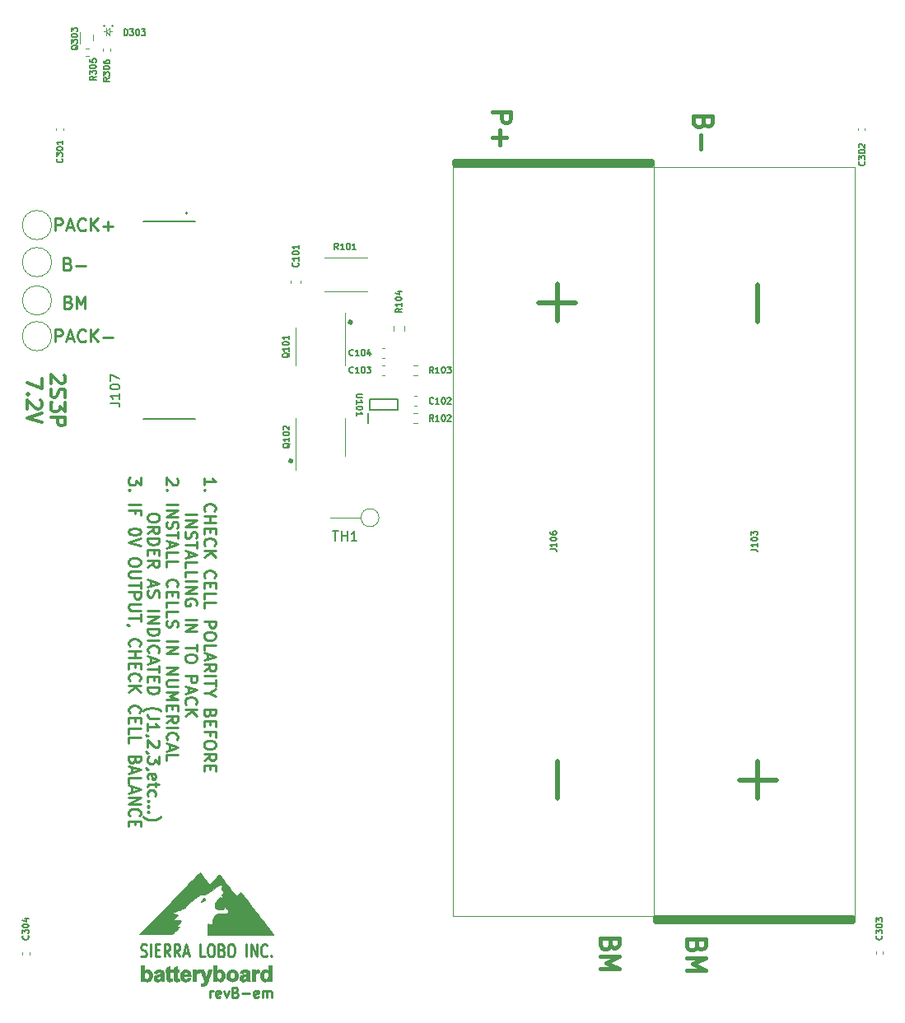
<source format=gto>
%TF.GenerationSoftware,KiCad,Pcbnew,(6.0.4)*%
%TF.CreationDate,2022-04-12T12:42:18-04:00*%
%TF.ProjectId,batteryboard,62617474-6572-4796-926f-6172642e6b69,rev?*%
%TF.SameCoordinates,Original*%
%TF.FileFunction,Legend,Top*%
%TF.FilePolarity,Positive*%
%FSLAX46Y46*%
G04 Gerber Fmt 4.6, Leading zero omitted, Abs format (unit mm)*
G04 Created by KiCad (PCBNEW (6.0.4)) date 2022-04-12 12:42:18*
%MOMM*%
%LPD*%
G01*
G04 APERTURE LIST*
%ADD10C,0.400000*%
%ADD11C,0.381000*%
%ADD12C,0.355000*%
%ADD13C,0.254000*%
%ADD14C,0.127000*%
%ADD15C,0.500000*%
%ADD16C,0.150000*%
%ADD17C,0.100000*%
%ADD18C,0.200000*%
%ADD19C,0.120000*%
%ADD20C,0.060000*%
%ADD21C,0.010000*%
G04 APERTURE END LIST*
D10*
X87799222Y-73494900D02*
G75*
G03*
X87799222Y-73494900I-80322J0D01*
G01*
X81677822Y-87769700D02*
G75*
G03*
X81677822Y-87769700I-80322J0D01*
G01*
D11*
X123326071Y-137604500D02*
X123235357Y-137876642D01*
X123144642Y-137967357D01*
X122963214Y-138058071D01*
X122691071Y-138058071D01*
X122509642Y-137967357D01*
X122418928Y-137876642D01*
X122328214Y-137695214D01*
X122328214Y-136969500D01*
X124233214Y-136969500D01*
X124233214Y-137604500D01*
X124142500Y-137785928D01*
X124051785Y-137876642D01*
X123870357Y-137967357D01*
X123688928Y-137967357D01*
X123507500Y-137876642D01*
X123416785Y-137785928D01*
X123326071Y-137604500D01*
X123326071Y-136969500D01*
X122328214Y-138874500D02*
X124233214Y-138874500D01*
X122872500Y-139509500D01*
X124233214Y-140144500D01*
X122328214Y-140144500D01*
X124024571Y-52931785D02*
X123933857Y-53203928D01*
X123843142Y-53294642D01*
X123661714Y-53385357D01*
X123389571Y-53385357D01*
X123208142Y-53294642D01*
X123117428Y-53203928D01*
X123026714Y-53022500D01*
X123026714Y-52296785D01*
X124931714Y-52296785D01*
X124931714Y-52931785D01*
X124841000Y-53113214D01*
X124750285Y-53203928D01*
X124568857Y-53294642D01*
X124387428Y-53294642D01*
X124206000Y-53203928D01*
X124115285Y-53113214D01*
X124024571Y-52931785D01*
X124024571Y-52296785D01*
X123752428Y-54201785D02*
X123752428Y-55653214D01*
X102325714Y-51852285D02*
X104230714Y-51852285D01*
X104230714Y-52578000D01*
X104140000Y-52759428D01*
X104049285Y-52850142D01*
X103867857Y-52940857D01*
X103595714Y-52940857D01*
X103414285Y-52850142D01*
X103323571Y-52759428D01*
X103232857Y-52578000D01*
X103232857Y-51852285D01*
X103051428Y-53757285D02*
X103051428Y-55208714D01*
X102325714Y-54483000D02*
X103777142Y-54483000D01*
D12*
X58274071Y-78926857D02*
X58345500Y-78998285D01*
X58416928Y-79141142D01*
X58416928Y-79498285D01*
X58345500Y-79641142D01*
X58274071Y-79712571D01*
X58131214Y-79784000D01*
X57988357Y-79784000D01*
X57774071Y-79712571D01*
X56916928Y-78855428D01*
X56916928Y-79784000D01*
X56988357Y-80355428D02*
X56916928Y-80569714D01*
X56916928Y-80926857D01*
X56988357Y-81069714D01*
X57059785Y-81141142D01*
X57202642Y-81212571D01*
X57345500Y-81212571D01*
X57488357Y-81141142D01*
X57559785Y-81069714D01*
X57631214Y-80926857D01*
X57702642Y-80641142D01*
X57774071Y-80498285D01*
X57845500Y-80426857D01*
X57988357Y-80355428D01*
X58131214Y-80355428D01*
X58274071Y-80426857D01*
X58345500Y-80498285D01*
X58416928Y-80641142D01*
X58416928Y-80998285D01*
X58345500Y-81212571D01*
X58416928Y-81712571D02*
X58416928Y-82641142D01*
X57845500Y-82141142D01*
X57845500Y-82355428D01*
X57774071Y-82498285D01*
X57702642Y-82569714D01*
X57559785Y-82641142D01*
X57202642Y-82641142D01*
X57059785Y-82569714D01*
X56988357Y-82498285D01*
X56916928Y-82355428D01*
X56916928Y-81926857D01*
X56988357Y-81784000D01*
X57059785Y-81712571D01*
X56916928Y-83284000D02*
X58416928Y-83284000D01*
X58416928Y-83855428D01*
X58345500Y-83998285D01*
X58274071Y-84069714D01*
X58131214Y-84141142D01*
X57916928Y-84141142D01*
X57774071Y-84069714D01*
X57702642Y-83998285D01*
X57631214Y-83855428D01*
X57631214Y-83284000D01*
X56001928Y-79319714D02*
X56001928Y-80319714D01*
X54501928Y-79676857D01*
X54644785Y-80891142D02*
X54573357Y-80962571D01*
X54501928Y-80891142D01*
X54573357Y-80819714D01*
X54644785Y-80891142D01*
X54501928Y-80891142D01*
X55859071Y-81534000D02*
X55930500Y-81605428D01*
X56001928Y-81748285D01*
X56001928Y-82105428D01*
X55930500Y-82248285D01*
X55859071Y-82319714D01*
X55716214Y-82391142D01*
X55573357Y-82391142D01*
X55359071Y-82319714D01*
X54501928Y-81462571D01*
X54501928Y-82391142D01*
X56001928Y-82819714D02*
X54501928Y-83319714D01*
X56001928Y-83819714D01*
D13*
X72663142Y-90233385D02*
X72663142Y-89547671D01*
X72663142Y-89890528D02*
X73863142Y-89890528D01*
X73691714Y-89776242D01*
X73577428Y-89661957D01*
X73520285Y-89547671D01*
X72777428Y-90747671D02*
X72720285Y-90804814D01*
X72663142Y-90747671D01*
X72720285Y-90690528D01*
X72777428Y-90747671D01*
X72663142Y-90747671D01*
X72777428Y-92919100D02*
X72720285Y-92861957D01*
X72663142Y-92690528D01*
X72663142Y-92576242D01*
X72720285Y-92404814D01*
X72834571Y-92290528D01*
X72948857Y-92233385D01*
X73177428Y-92176242D01*
X73348857Y-92176242D01*
X73577428Y-92233385D01*
X73691714Y-92290528D01*
X73806000Y-92404814D01*
X73863142Y-92576242D01*
X73863142Y-92690528D01*
X73806000Y-92861957D01*
X73748857Y-92919100D01*
X72663142Y-93433385D02*
X73863142Y-93433385D01*
X73291714Y-93433385D02*
X73291714Y-94119100D01*
X72663142Y-94119100D02*
X73863142Y-94119100D01*
X73291714Y-94690528D02*
X73291714Y-95090528D01*
X72663142Y-95261957D02*
X72663142Y-94690528D01*
X73863142Y-94690528D01*
X73863142Y-95261957D01*
X72777428Y-96461957D02*
X72720285Y-96404814D01*
X72663142Y-96233385D01*
X72663142Y-96119100D01*
X72720285Y-95947671D01*
X72834571Y-95833385D01*
X72948857Y-95776242D01*
X73177428Y-95719100D01*
X73348857Y-95719100D01*
X73577428Y-95776242D01*
X73691714Y-95833385D01*
X73806000Y-95947671D01*
X73863142Y-96119100D01*
X73863142Y-96233385D01*
X73806000Y-96404814D01*
X73748857Y-96461957D01*
X72663142Y-96976242D02*
X73863142Y-96976242D01*
X72663142Y-97661957D02*
X73348857Y-97147671D01*
X73863142Y-97661957D02*
X73177428Y-96976242D01*
X72777428Y-99776242D02*
X72720285Y-99719100D01*
X72663142Y-99547671D01*
X72663142Y-99433385D01*
X72720285Y-99261957D01*
X72834571Y-99147671D01*
X72948857Y-99090528D01*
X73177428Y-99033385D01*
X73348857Y-99033385D01*
X73577428Y-99090528D01*
X73691714Y-99147671D01*
X73806000Y-99261957D01*
X73863142Y-99433385D01*
X73863142Y-99547671D01*
X73806000Y-99719100D01*
X73748857Y-99776242D01*
X73291714Y-100290528D02*
X73291714Y-100690528D01*
X72663142Y-100861957D02*
X72663142Y-100290528D01*
X73863142Y-100290528D01*
X73863142Y-100861957D01*
X72663142Y-101947671D02*
X72663142Y-101376242D01*
X73863142Y-101376242D01*
X72663142Y-102919100D02*
X72663142Y-102347671D01*
X73863142Y-102347671D01*
X72663142Y-104233385D02*
X73863142Y-104233385D01*
X73863142Y-104690528D01*
X73806000Y-104804814D01*
X73748857Y-104861957D01*
X73634571Y-104919100D01*
X73463142Y-104919100D01*
X73348857Y-104861957D01*
X73291714Y-104804814D01*
X73234571Y-104690528D01*
X73234571Y-104233385D01*
X73863142Y-105661957D02*
X73863142Y-105890528D01*
X73806000Y-106004814D01*
X73691714Y-106119100D01*
X73463142Y-106176242D01*
X73063142Y-106176242D01*
X72834571Y-106119100D01*
X72720285Y-106004814D01*
X72663142Y-105890528D01*
X72663142Y-105661957D01*
X72720285Y-105547671D01*
X72834571Y-105433385D01*
X73063142Y-105376242D01*
X73463142Y-105376242D01*
X73691714Y-105433385D01*
X73806000Y-105547671D01*
X73863142Y-105661957D01*
X72663142Y-107261957D02*
X72663142Y-106690528D01*
X73863142Y-106690528D01*
X73006000Y-107604814D02*
X73006000Y-108176242D01*
X72663142Y-107490528D02*
X73863142Y-107890528D01*
X72663142Y-108290528D01*
X72663142Y-109376242D02*
X73234571Y-108976242D01*
X72663142Y-108690528D02*
X73863142Y-108690528D01*
X73863142Y-109147671D01*
X73806000Y-109261957D01*
X73748857Y-109319100D01*
X73634571Y-109376242D01*
X73463142Y-109376242D01*
X73348857Y-109319100D01*
X73291714Y-109261957D01*
X73234571Y-109147671D01*
X73234571Y-108690528D01*
X72663142Y-109890528D02*
X73863142Y-109890528D01*
X73863142Y-110290528D02*
X73863142Y-110976242D01*
X72663142Y-110633385D02*
X73863142Y-110633385D01*
X73234571Y-111604814D02*
X72663142Y-111604814D01*
X73863142Y-111204814D02*
X73234571Y-111604814D01*
X73863142Y-112004814D01*
X73291714Y-113719100D02*
X73234571Y-113890528D01*
X73177428Y-113947671D01*
X73063142Y-114004814D01*
X72891714Y-114004814D01*
X72777428Y-113947671D01*
X72720285Y-113890528D01*
X72663142Y-113776242D01*
X72663142Y-113319100D01*
X73863142Y-113319100D01*
X73863142Y-113719100D01*
X73806000Y-113833385D01*
X73748857Y-113890528D01*
X73634571Y-113947671D01*
X73520285Y-113947671D01*
X73406000Y-113890528D01*
X73348857Y-113833385D01*
X73291714Y-113719100D01*
X73291714Y-113319100D01*
X73291714Y-114519100D02*
X73291714Y-114919100D01*
X72663142Y-115090528D02*
X72663142Y-114519100D01*
X73863142Y-114519100D01*
X73863142Y-115090528D01*
X73291714Y-116004814D02*
X73291714Y-115604814D01*
X72663142Y-115604814D02*
X73863142Y-115604814D01*
X73863142Y-116176242D01*
X73863142Y-116861957D02*
X73863142Y-117090528D01*
X73806000Y-117204814D01*
X73691714Y-117319100D01*
X73463142Y-117376242D01*
X73063142Y-117376242D01*
X72834571Y-117319100D01*
X72720285Y-117204814D01*
X72663142Y-117090528D01*
X72663142Y-116861957D01*
X72720285Y-116747671D01*
X72834571Y-116633385D01*
X73063142Y-116576242D01*
X73463142Y-116576242D01*
X73691714Y-116633385D01*
X73806000Y-116747671D01*
X73863142Y-116861957D01*
X72663142Y-118576242D02*
X73234571Y-118176242D01*
X72663142Y-117890528D02*
X73863142Y-117890528D01*
X73863142Y-118347671D01*
X73806000Y-118461957D01*
X73748857Y-118519100D01*
X73634571Y-118576242D01*
X73463142Y-118576242D01*
X73348857Y-118519100D01*
X73291714Y-118461957D01*
X73234571Y-118347671D01*
X73234571Y-117890528D01*
X73291714Y-119090528D02*
X73291714Y-119490528D01*
X72663142Y-119661957D02*
X72663142Y-119090528D01*
X73863142Y-119090528D01*
X73863142Y-119661957D01*
X70731142Y-93261957D02*
X71931142Y-93261957D01*
X70731142Y-93833385D02*
X71931142Y-93833385D01*
X70731142Y-94519100D01*
X71931142Y-94519100D01*
X70788285Y-95033385D02*
X70731142Y-95204814D01*
X70731142Y-95490528D01*
X70788285Y-95604814D01*
X70845428Y-95661957D01*
X70959714Y-95719100D01*
X71074000Y-95719100D01*
X71188285Y-95661957D01*
X71245428Y-95604814D01*
X71302571Y-95490528D01*
X71359714Y-95261957D01*
X71416857Y-95147671D01*
X71474000Y-95090528D01*
X71588285Y-95033385D01*
X71702571Y-95033385D01*
X71816857Y-95090528D01*
X71874000Y-95147671D01*
X71931142Y-95261957D01*
X71931142Y-95547671D01*
X71874000Y-95719100D01*
X71931142Y-96061957D02*
X71931142Y-96747671D01*
X70731142Y-96404814D02*
X71931142Y-96404814D01*
X71074000Y-97090528D02*
X71074000Y-97661957D01*
X70731142Y-96976242D02*
X71931142Y-97376242D01*
X70731142Y-97776242D01*
X70731142Y-98747671D02*
X70731142Y-98176242D01*
X71931142Y-98176242D01*
X70731142Y-99719100D02*
X70731142Y-99147671D01*
X71931142Y-99147671D01*
X70731142Y-100119100D02*
X71931142Y-100119100D01*
X70731142Y-100690528D02*
X71931142Y-100690528D01*
X70731142Y-101376242D01*
X71931142Y-101376242D01*
X71874000Y-102576242D02*
X71931142Y-102461957D01*
X71931142Y-102290528D01*
X71874000Y-102119100D01*
X71759714Y-102004814D01*
X71645428Y-101947671D01*
X71416857Y-101890528D01*
X71245428Y-101890528D01*
X71016857Y-101947671D01*
X70902571Y-102004814D01*
X70788285Y-102119100D01*
X70731142Y-102290528D01*
X70731142Y-102404814D01*
X70788285Y-102576242D01*
X70845428Y-102633385D01*
X71245428Y-102633385D01*
X71245428Y-102404814D01*
X70731142Y-104061957D02*
X71931142Y-104061957D01*
X70731142Y-104633385D02*
X71931142Y-104633385D01*
X70731142Y-105319100D01*
X71931142Y-105319100D01*
X71931142Y-106633385D02*
X71931142Y-107319100D01*
X70731142Y-106976242D02*
X71931142Y-106976242D01*
X71931142Y-107947671D02*
X71931142Y-108176242D01*
X71874000Y-108290528D01*
X71759714Y-108404814D01*
X71531142Y-108461957D01*
X71131142Y-108461957D01*
X70902571Y-108404814D01*
X70788285Y-108290528D01*
X70731142Y-108176242D01*
X70731142Y-107947671D01*
X70788285Y-107833385D01*
X70902571Y-107719100D01*
X71131142Y-107661957D01*
X71531142Y-107661957D01*
X71759714Y-107719100D01*
X71874000Y-107833385D01*
X71931142Y-107947671D01*
X70731142Y-109890528D02*
X71931142Y-109890528D01*
X71931142Y-110347671D01*
X71874000Y-110461957D01*
X71816857Y-110519100D01*
X71702571Y-110576242D01*
X71531142Y-110576242D01*
X71416857Y-110519100D01*
X71359714Y-110461957D01*
X71302571Y-110347671D01*
X71302571Y-109890528D01*
X71074000Y-111033385D02*
X71074000Y-111604814D01*
X70731142Y-110919100D02*
X71931142Y-111319100D01*
X70731142Y-111719100D01*
X70845428Y-112804814D02*
X70788285Y-112747671D01*
X70731142Y-112576242D01*
X70731142Y-112461957D01*
X70788285Y-112290528D01*
X70902571Y-112176242D01*
X71016857Y-112119100D01*
X71245428Y-112061957D01*
X71416857Y-112061957D01*
X71645428Y-112119100D01*
X71759714Y-112176242D01*
X71874000Y-112290528D01*
X71931142Y-112461957D01*
X71931142Y-112576242D01*
X71874000Y-112747671D01*
X71816857Y-112804814D01*
X70731142Y-113319100D02*
X71931142Y-113319100D01*
X70731142Y-114004814D02*
X71416857Y-113490528D01*
X71931142Y-114004814D02*
X71245428Y-113319100D01*
X69884857Y-89547671D02*
X69942000Y-89604814D01*
X69999142Y-89719100D01*
X69999142Y-90004814D01*
X69942000Y-90119100D01*
X69884857Y-90176242D01*
X69770571Y-90233385D01*
X69656285Y-90233385D01*
X69484857Y-90176242D01*
X68799142Y-89490528D01*
X68799142Y-90233385D01*
X68913428Y-90747671D02*
X68856285Y-90804814D01*
X68799142Y-90747671D01*
X68856285Y-90690528D01*
X68913428Y-90747671D01*
X68799142Y-90747671D01*
X68799142Y-92233385D02*
X69999142Y-92233385D01*
X68799142Y-92804814D02*
X69999142Y-92804814D01*
X68799142Y-93490528D01*
X69999142Y-93490528D01*
X68856285Y-94004814D02*
X68799142Y-94176242D01*
X68799142Y-94461957D01*
X68856285Y-94576242D01*
X68913428Y-94633385D01*
X69027714Y-94690528D01*
X69142000Y-94690528D01*
X69256285Y-94633385D01*
X69313428Y-94576242D01*
X69370571Y-94461957D01*
X69427714Y-94233385D01*
X69484857Y-94119100D01*
X69542000Y-94061957D01*
X69656285Y-94004814D01*
X69770571Y-94004814D01*
X69884857Y-94061957D01*
X69942000Y-94119100D01*
X69999142Y-94233385D01*
X69999142Y-94519100D01*
X69942000Y-94690528D01*
X69999142Y-95033385D02*
X69999142Y-95719100D01*
X68799142Y-95376242D02*
X69999142Y-95376242D01*
X69142000Y-96061957D02*
X69142000Y-96633385D01*
X68799142Y-95947671D02*
X69999142Y-96347671D01*
X68799142Y-96747671D01*
X68799142Y-97719100D02*
X68799142Y-97147671D01*
X69999142Y-97147671D01*
X68799142Y-98690528D02*
X68799142Y-98119100D01*
X69999142Y-98119100D01*
X68913428Y-100690528D02*
X68856285Y-100633385D01*
X68799142Y-100461957D01*
X68799142Y-100347671D01*
X68856285Y-100176242D01*
X68970571Y-100061957D01*
X69084857Y-100004814D01*
X69313428Y-99947671D01*
X69484857Y-99947671D01*
X69713428Y-100004814D01*
X69827714Y-100061957D01*
X69942000Y-100176242D01*
X69999142Y-100347671D01*
X69999142Y-100461957D01*
X69942000Y-100633385D01*
X69884857Y-100690528D01*
X69427714Y-101204814D02*
X69427714Y-101604814D01*
X68799142Y-101776242D02*
X68799142Y-101204814D01*
X69999142Y-101204814D01*
X69999142Y-101776242D01*
X68799142Y-102861957D02*
X68799142Y-102290528D01*
X69999142Y-102290528D01*
X68799142Y-103833385D02*
X68799142Y-103261957D01*
X69999142Y-103261957D01*
X68856285Y-104176242D02*
X68799142Y-104347671D01*
X68799142Y-104633385D01*
X68856285Y-104747671D01*
X68913428Y-104804814D01*
X69027714Y-104861957D01*
X69142000Y-104861957D01*
X69256285Y-104804814D01*
X69313428Y-104747671D01*
X69370571Y-104633385D01*
X69427714Y-104404814D01*
X69484857Y-104290528D01*
X69542000Y-104233385D01*
X69656285Y-104176242D01*
X69770571Y-104176242D01*
X69884857Y-104233385D01*
X69942000Y-104290528D01*
X69999142Y-104404814D01*
X69999142Y-104690528D01*
X69942000Y-104861957D01*
X68799142Y-106290528D02*
X69999142Y-106290528D01*
X68799142Y-106861957D02*
X69999142Y-106861957D01*
X68799142Y-107547671D01*
X69999142Y-107547671D01*
X68799142Y-109033385D02*
X69999142Y-109033385D01*
X68799142Y-109719100D01*
X69999142Y-109719100D01*
X69999142Y-110290528D02*
X69027714Y-110290528D01*
X68913428Y-110347671D01*
X68856285Y-110404814D01*
X68799142Y-110519100D01*
X68799142Y-110747671D01*
X68856285Y-110861957D01*
X68913428Y-110919100D01*
X69027714Y-110976242D01*
X69999142Y-110976242D01*
X68799142Y-111547671D02*
X69999142Y-111547671D01*
X69142000Y-111947671D01*
X69999142Y-112347671D01*
X68799142Y-112347671D01*
X69427714Y-112919100D02*
X69427714Y-113319100D01*
X68799142Y-113490528D02*
X68799142Y-112919100D01*
X69999142Y-112919100D01*
X69999142Y-113490528D01*
X68799142Y-114690528D02*
X69370571Y-114290528D01*
X68799142Y-114004814D02*
X69999142Y-114004814D01*
X69999142Y-114461957D01*
X69942000Y-114576242D01*
X69884857Y-114633385D01*
X69770571Y-114690528D01*
X69599142Y-114690528D01*
X69484857Y-114633385D01*
X69427714Y-114576242D01*
X69370571Y-114461957D01*
X69370571Y-114004814D01*
X68799142Y-115204814D02*
X69999142Y-115204814D01*
X68913428Y-116461957D02*
X68856285Y-116404814D01*
X68799142Y-116233385D01*
X68799142Y-116119100D01*
X68856285Y-115947671D01*
X68970571Y-115833385D01*
X69084857Y-115776242D01*
X69313428Y-115719100D01*
X69484857Y-115719100D01*
X69713428Y-115776242D01*
X69827714Y-115833385D01*
X69942000Y-115947671D01*
X69999142Y-116119100D01*
X69999142Y-116233385D01*
X69942000Y-116404814D01*
X69884857Y-116461957D01*
X69142000Y-116919100D02*
X69142000Y-117490528D01*
X68799142Y-116804814D02*
X69999142Y-117204814D01*
X68799142Y-117604814D01*
X68799142Y-118576242D02*
X68799142Y-118004814D01*
X69999142Y-118004814D01*
X68067142Y-93490528D02*
X68067142Y-93719100D01*
X68010000Y-93833385D01*
X67895714Y-93947671D01*
X67667142Y-94004814D01*
X67267142Y-94004814D01*
X67038571Y-93947671D01*
X66924285Y-93833385D01*
X66867142Y-93719100D01*
X66867142Y-93490528D01*
X66924285Y-93376242D01*
X67038571Y-93261957D01*
X67267142Y-93204814D01*
X67667142Y-93204814D01*
X67895714Y-93261957D01*
X68010000Y-93376242D01*
X68067142Y-93490528D01*
X66867142Y-95204814D02*
X67438571Y-94804814D01*
X66867142Y-94519100D02*
X68067142Y-94519100D01*
X68067142Y-94976242D01*
X68010000Y-95090528D01*
X67952857Y-95147671D01*
X67838571Y-95204814D01*
X67667142Y-95204814D01*
X67552857Y-95147671D01*
X67495714Y-95090528D01*
X67438571Y-94976242D01*
X67438571Y-94519100D01*
X66867142Y-95719100D02*
X68067142Y-95719100D01*
X68067142Y-96004814D01*
X68010000Y-96176242D01*
X67895714Y-96290528D01*
X67781428Y-96347671D01*
X67552857Y-96404814D01*
X67381428Y-96404814D01*
X67152857Y-96347671D01*
X67038571Y-96290528D01*
X66924285Y-96176242D01*
X66867142Y-96004814D01*
X66867142Y-95719100D01*
X67495714Y-96919100D02*
X67495714Y-97319100D01*
X66867142Y-97490528D02*
X66867142Y-96919100D01*
X68067142Y-96919100D01*
X68067142Y-97490528D01*
X66867142Y-98690528D02*
X67438571Y-98290528D01*
X66867142Y-98004814D02*
X68067142Y-98004814D01*
X68067142Y-98461957D01*
X68010000Y-98576242D01*
X67952857Y-98633385D01*
X67838571Y-98690528D01*
X67667142Y-98690528D01*
X67552857Y-98633385D01*
X67495714Y-98576242D01*
X67438571Y-98461957D01*
X67438571Y-98004814D01*
X67210000Y-100061957D02*
X67210000Y-100633385D01*
X66867142Y-99947671D02*
X68067142Y-100347671D01*
X66867142Y-100747671D01*
X66924285Y-101090528D02*
X66867142Y-101261957D01*
X66867142Y-101547671D01*
X66924285Y-101661957D01*
X66981428Y-101719100D01*
X67095714Y-101776242D01*
X67210000Y-101776242D01*
X67324285Y-101719100D01*
X67381428Y-101661957D01*
X67438571Y-101547671D01*
X67495714Y-101319100D01*
X67552857Y-101204814D01*
X67610000Y-101147671D01*
X67724285Y-101090528D01*
X67838571Y-101090528D01*
X67952857Y-101147671D01*
X68010000Y-101204814D01*
X68067142Y-101319100D01*
X68067142Y-101604814D01*
X68010000Y-101776242D01*
X66867142Y-103204814D02*
X68067142Y-103204814D01*
X66867142Y-103776242D02*
X68067142Y-103776242D01*
X66867142Y-104461957D01*
X68067142Y-104461957D01*
X66867142Y-105033385D02*
X68067142Y-105033385D01*
X68067142Y-105319100D01*
X68010000Y-105490528D01*
X67895714Y-105604814D01*
X67781428Y-105661957D01*
X67552857Y-105719100D01*
X67381428Y-105719100D01*
X67152857Y-105661957D01*
X67038571Y-105604814D01*
X66924285Y-105490528D01*
X66867142Y-105319100D01*
X66867142Y-105033385D01*
X66867142Y-106233385D02*
X68067142Y-106233385D01*
X66981428Y-107490528D02*
X66924285Y-107433385D01*
X66867142Y-107261957D01*
X66867142Y-107147671D01*
X66924285Y-106976242D01*
X67038571Y-106861957D01*
X67152857Y-106804814D01*
X67381428Y-106747671D01*
X67552857Y-106747671D01*
X67781428Y-106804814D01*
X67895714Y-106861957D01*
X68010000Y-106976242D01*
X68067142Y-107147671D01*
X68067142Y-107261957D01*
X68010000Y-107433385D01*
X67952857Y-107490528D01*
X67210000Y-107947671D02*
X67210000Y-108519100D01*
X66867142Y-107833385D02*
X68067142Y-108233385D01*
X66867142Y-108633385D01*
X68067142Y-108861957D02*
X68067142Y-109547671D01*
X66867142Y-109204814D02*
X68067142Y-109204814D01*
X67495714Y-109947671D02*
X67495714Y-110347671D01*
X66867142Y-110519100D02*
X66867142Y-109947671D01*
X68067142Y-109947671D01*
X68067142Y-110519100D01*
X66867142Y-111033385D02*
X68067142Y-111033385D01*
X68067142Y-111319100D01*
X68010000Y-111490528D01*
X67895714Y-111604814D01*
X67781428Y-111661957D01*
X67552857Y-111719100D01*
X67381428Y-111719100D01*
X67152857Y-111661957D01*
X67038571Y-111604814D01*
X66924285Y-111490528D01*
X66867142Y-111319100D01*
X66867142Y-111033385D01*
X66409999Y-113490528D02*
X66467142Y-113433385D01*
X66638571Y-113319100D01*
X66752857Y-113261957D01*
X66924285Y-113204814D01*
X67210000Y-113147671D01*
X67438571Y-113147671D01*
X67724285Y-113204814D01*
X67895714Y-113261957D01*
X68010000Y-113319100D01*
X68181428Y-113433385D01*
X68238571Y-113490528D01*
X68067142Y-114290528D02*
X67210000Y-114290528D01*
X67038571Y-114233385D01*
X66924285Y-114119100D01*
X66867142Y-113947671D01*
X66867142Y-113833385D01*
X66867142Y-115490528D02*
X66867142Y-114804814D01*
X66867142Y-115147671D02*
X68067142Y-115147671D01*
X67895714Y-115033385D01*
X67781428Y-114919100D01*
X67724285Y-114804814D01*
X66924285Y-116061957D02*
X66867142Y-116061957D01*
X66752857Y-116004814D01*
X66695714Y-115947671D01*
X67952857Y-116519100D02*
X68010000Y-116576242D01*
X68067142Y-116690528D01*
X68067142Y-116976242D01*
X68010000Y-117090528D01*
X67952857Y-117147671D01*
X67838571Y-117204814D01*
X67724285Y-117204814D01*
X67552857Y-117147671D01*
X66867142Y-116461957D01*
X66867142Y-117204814D01*
X66924285Y-117776242D02*
X66867142Y-117776242D01*
X66752857Y-117719100D01*
X66695714Y-117661957D01*
X68067142Y-118176242D02*
X68067142Y-118919100D01*
X67610000Y-118519100D01*
X67610000Y-118690528D01*
X67552857Y-118804814D01*
X67495714Y-118861957D01*
X67381428Y-118919100D01*
X67095714Y-118919100D01*
X66981428Y-118861957D01*
X66924285Y-118804814D01*
X66867142Y-118690528D01*
X66867142Y-118347671D01*
X66924285Y-118233385D01*
X66981428Y-118176242D01*
X66924285Y-119490528D02*
X66867142Y-119490528D01*
X66752857Y-119433385D01*
X66695714Y-119376242D01*
X66924285Y-120461957D02*
X66867142Y-120347671D01*
X66867142Y-120119100D01*
X66924285Y-120004814D01*
X67038571Y-119947671D01*
X67495714Y-119947671D01*
X67610000Y-120004814D01*
X67667142Y-120119100D01*
X67667142Y-120347671D01*
X67610000Y-120461957D01*
X67495714Y-120519100D01*
X67381428Y-120519100D01*
X67267142Y-119947671D01*
X67667142Y-120861957D02*
X67667142Y-121319100D01*
X68067142Y-121033385D02*
X67038571Y-121033385D01*
X66924285Y-121090528D01*
X66867142Y-121204814D01*
X66867142Y-121319100D01*
X66924285Y-122233385D02*
X66867142Y-122119100D01*
X66867142Y-121890528D01*
X66924285Y-121776242D01*
X66981428Y-121719100D01*
X67095714Y-121661957D01*
X67438571Y-121661957D01*
X67552857Y-121719100D01*
X67610000Y-121776242D01*
X67667142Y-121890528D01*
X67667142Y-122119100D01*
X67610000Y-122233385D01*
X66981428Y-122747671D02*
X66924285Y-122804814D01*
X66867142Y-122747671D01*
X66924285Y-122690528D01*
X66981428Y-122747671D01*
X66867142Y-122747671D01*
X66981428Y-123319100D02*
X66924285Y-123376242D01*
X66867142Y-123319100D01*
X66924285Y-123261957D01*
X66981428Y-123319100D01*
X66867142Y-123319100D01*
X66981428Y-123890528D02*
X66924285Y-123947671D01*
X66867142Y-123890528D01*
X66924285Y-123833385D01*
X66981428Y-123890528D01*
X66867142Y-123890528D01*
X66409999Y-124347671D02*
X66467142Y-124404814D01*
X66638571Y-124519100D01*
X66752857Y-124576242D01*
X66924285Y-124633385D01*
X67210000Y-124690528D01*
X67438571Y-124690528D01*
X67724285Y-124633385D01*
X67895714Y-124576242D01*
X68010000Y-124519100D01*
X68181428Y-124404814D01*
X68238571Y-124347671D01*
X66135142Y-89490528D02*
X66135142Y-90233385D01*
X65678000Y-89833385D01*
X65678000Y-90004814D01*
X65620857Y-90119100D01*
X65563714Y-90176242D01*
X65449428Y-90233385D01*
X65163714Y-90233385D01*
X65049428Y-90176242D01*
X64992285Y-90119100D01*
X64935142Y-90004814D01*
X64935142Y-89661957D01*
X64992285Y-89547671D01*
X65049428Y-89490528D01*
X65049428Y-90747671D02*
X64992285Y-90804814D01*
X64935142Y-90747671D01*
X64992285Y-90690528D01*
X65049428Y-90747671D01*
X64935142Y-90747671D01*
X64935142Y-92233385D02*
X66135142Y-92233385D01*
X65563714Y-93204814D02*
X65563714Y-92804814D01*
X64935142Y-92804814D02*
X66135142Y-92804814D01*
X66135142Y-93376242D01*
X66135142Y-94976242D02*
X66135142Y-95090528D01*
X66078000Y-95204814D01*
X66020857Y-95261957D01*
X65906571Y-95319100D01*
X65678000Y-95376242D01*
X65392285Y-95376242D01*
X65163714Y-95319100D01*
X65049428Y-95261957D01*
X64992285Y-95204814D01*
X64935142Y-95090528D01*
X64935142Y-94976242D01*
X64992285Y-94861957D01*
X65049428Y-94804814D01*
X65163714Y-94747671D01*
X65392285Y-94690528D01*
X65678000Y-94690528D01*
X65906571Y-94747671D01*
X66020857Y-94804814D01*
X66078000Y-94861957D01*
X66135142Y-94976242D01*
X66135142Y-95719100D02*
X64935142Y-96119100D01*
X66135142Y-96519100D01*
X66135142Y-98061957D02*
X66135142Y-98290528D01*
X66078000Y-98404814D01*
X65963714Y-98519100D01*
X65735142Y-98576242D01*
X65335142Y-98576242D01*
X65106571Y-98519100D01*
X64992285Y-98404814D01*
X64935142Y-98290528D01*
X64935142Y-98061957D01*
X64992285Y-97947671D01*
X65106571Y-97833385D01*
X65335142Y-97776242D01*
X65735142Y-97776242D01*
X65963714Y-97833385D01*
X66078000Y-97947671D01*
X66135142Y-98061957D01*
X66135142Y-99090528D02*
X65163714Y-99090528D01*
X65049428Y-99147671D01*
X64992285Y-99204814D01*
X64935142Y-99319100D01*
X64935142Y-99547671D01*
X64992285Y-99661957D01*
X65049428Y-99719100D01*
X65163714Y-99776242D01*
X66135142Y-99776242D01*
X66135142Y-100176242D02*
X66135142Y-100861957D01*
X64935142Y-100519100D02*
X66135142Y-100519100D01*
X64935142Y-101261957D02*
X66135142Y-101261957D01*
X66135142Y-101719100D01*
X66078000Y-101833385D01*
X66020857Y-101890528D01*
X65906571Y-101947671D01*
X65735142Y-101947671D01*
X65620857Y-101890528D01*
X65563714Y-101833385D01*
X65506571Y-101719100D01*
X65506571Y-101261957D01*
X66135142Y-102461957D02*
X65163714Y-102461957D01*
X65049428Y-102519100D01*
X64992285Y-102576242D01*
X64935142Y-102690528D01*
X64935142Y-102919100D01*
X64992285Y-103033385D01*
X65049428Y-103090528D01*
X65163714Y-103147671D01*
X66135142Y-103147671D01*
X66135142Y-103547671D02*
X66135142Y-104233385D01*
X64935142Y-103890528D02*
X66135142Y-103890528D01*
X64992285Y-104690528D02*
X64935142Y-104690528D01*
X64820857Y-104633385D01*
X64763714Y-104576242D01*
X65049428Y-106804814D02*
X64992285Y-106747671D01*
X64935142Y-106576242D01*
X64935142Y-106461957D01*
X64992285Y-106290528D01*
X65106571Y-106176242D01*
X65220857Y-106119100D01*
X65449428Y-106061957D01*
X65620857Y-106061957D01*
X65849428Y-106119100D01*
X65963714Y-106176242D01*
X66078000Y-106290528D01*
X66135142Y-106461957D01*
X66135142Y-106576242D01*
X66078000Y-106747671D01*
X66020857Y-106804814D01*
X64935142Y-107319100D02*
X66135142Y-107319100D01*
X65563714Y-107319100D02*
X65563714Y-108004814D01*
X64935142Y-108004814D02*
X66135142Y-108004814D01*
X65563714Y-108576242D02*
X65563714Y-108976242D01*
X64935142Y-109147671D02*
X64935142Y-108576242D01*
X66135142Y-108576242D01*
X66135142Y-109147671D01*
X65049428Y-110347671D02*
X64992285Y-110290528D01*
X64935142Y-110119100D01*
X64935142Y-110004814D01*
X64992285Y-109833385D01*
X65106571Y-109719100D01*
X65220857Y-109661957D01*
X65449428Y-109604814D01*
X65620857Y-109604814D01*
X65849428Y-109661957D01*
X65963714Y-109719100D01*
X66077999Y-109833385D01*
X66135142Y-110004814D01*
X66135142Y-110119100D01*
X66077999Y-110290528D01*
X66020857Y-110347671D01*
X64935142Y-110861957D02*
X66135142Y-110861957D01*
X64935142Y-111547671D02*
X65620857Y-111033385D01*
X66135142Y-111547671D02*
X65449428Y-110861957D01*
X65049428Y-113661957D02*
X64992285Y-113604814D01*
X64935142Y-113433385D01*
X64935142Y-113319100D01*
X64992285Y-113147671D01*
X65106571Y-113033385D01*
X65220857Y-112976242D01*
X65449428Y-112919100D01*
X65620857Y-112919100D01*
X65849428Y-112976242D01*
X65963714Y-113033385D01*
X66077999Y-113147671D01*
X66135142Y-113319100D01*
X66135142Y-113433385D01*
X66077999Y-113604814D01*
X66020857Y-113661957D01*
X65563714Y-114176242D02*
X65563714Y-114576242D01*
X64935142Y-114747671D02*
X64935142Y-114176242D01*
X66135142Y-114176242D01*
X66135142Y-114747671D01*
X64935142Y-115833385D02*
X64935142Y-115261957D01*
X66135142Y-115261957D01*
X64935142Y-116804814D02*
X64935142Y-116233385D01*
X66135142Y-116233385D01*
X65563714Y-118519100D02*
X65506571Y-118690528D01*
X65449428Y-118747671D01*
X65335142Y-118804814D01*
X65163714Y-118804814D01*
X65049428Y-118747671D01*
X64992285Y-118690528D01*
X64935142Y-118576242D01*
X64935142Y-118119100D01*
X66135142Y-118119100D01*
X66135142Y-118519100D01*
X66077999Y-118633385D01*
X66020857Y-118690528D01*
X65906571Y-118747671D01*
X65792285Y-118747671D01*
X65677999Y-118690528D01*
X65620857Y-118633385D01*
X65563714Y-118519100D01*
X65563714Y-118119100D01*
X65277999Y-119261957D02*
X65277999Y-119833385D01*
X64935142Y-119147671D02*
X66135142Y-119547671D01*
X64935142Y-119947671D01*
X64935142Y-120919100D02*
X64935142Y-120347671D01*
X66135142Y-120347671D01*
X65277999Y-121261957D02*
X65277999Y-121833385D01*
X64935142Y-121147671D02*
X66135142Y-121547671D01*
X64935142Y-121947671D01*
X64935142Y-122347671D02*
X66135142Y-122347671D01*
X64935142Y-123033385D01*
X66135142Y-123033385D01*
X65049428Y-124290528D02*
X64992285Y-124233385D01*
X64935142Y-124061957D01*
X64935142Y-123947671D01*
X64992285Y-123776242D01*
X65106571Y-123661957D01*
X65220857Y-123604814D01*
X65449428Y-123547671D01*
X65620857Y-123547671D01*
X65849428Y-123604814D01*
X65963714Y-123661957D01*
X66077999Y-123776242D01*
X66135142Y-123947671D01*
X66135142Y-124061957D01*
X66077999Y-124233385D01*
X66020857Y-124290528D01*
X65563714Y-124804814D02*
X65563714Y-125204814D01*
X64935142Y-125376242D02*
X64935142Y-124804814D01*
X66135142Y-124804814D01*
X66135142Y-125376242D01*
X57391904Y-75504523D02*
X57391904Y-74234523D01*
X57875714Y-74234523D01*
X57996666Y-74295000D01*
X58057142Y-74355476D01*
X58117619Y-74476428D01*
X58117619Y-74657857D01*
X58057142Y-74778809D01*
X57996666Y-74839285D01*
X57875714Y-74899761D01*
X57391904Y-74899761D01*
X58601428Y-75141666D02*
X59206190Y-75141666D01*
X58480476Y-75504523D02*
X58903809Y-74234523D01*
X59327142Y-75504523D01*
X60476190Y-75383571D02*
X60415714Y-75444047D01*
X60234285Y-75504523D01*
X60113333Y-75504523D01*
X59931904Y-75444047D01*
X59810952Y-75323095D01*
X59750476Y-75202142D01*
X59690000Y-74960238D01*
X59690000Y-74778809D01*
X59750476Y-74536904D01*
X59810952Y-74415952D01*
X59931904Y-74295000D01*
X60113333Y-74234523D01*
X60234285Y-74234523D01*
X60415714Y-74295000D01*
X60476190Y-74355476D01*
X61020476Y-75504523D02*
X61020476Y-74234523D01*
X61746190Y-75504523D02*
X61201904Y-74778809D01*
X61746190Y-74234523D02*
X61020476Y-74960238D01*
X62290476Y-75020714D02*
X63258095Y-75020714D01*
X66173047Y-138690047D02*
X66318190Y-138750523D01*
X66560095Y-138750523D01*
X66656857Y-138690047D01*
X66705238Y-138629571D01*
X66753619Y-138508619D01*
X66753619Y-138387666D01*
X66705238Y-138266714D01*
X66656857Y-138206238D01*
X66560095Y-138145761D01*
X66366571Y-138085285D01*
X66269809Y-138024809D01*
X66221428Y-137964333D01*
X66173047Y-137843380D01*
X66173047Y-137722428D01*
X66221428Y-137601476D01*
X66269809Y-137541000D01*
X66366571Y-137480523D01*
X66608476Y-137480523D01*
X66753619Y-137541000D01*
X67189047Y-138750523D02*
X67189047Y-137480523D01*
X67672857Y-138085285D02*
X68011523Y-138085285D01*
X68156666Y-138750523D02*
X67672857Y-138750523D01*
X67672857Y-137480523D01*
X68156666Y-137480523D01*
X69172666Y-138750523D02*
X68834000Y-138145761D01*
X68592095Y-138750523D02*
X68592095Y-137480523D01*
X68979142Y-137480523D01*
X69075904Y-137541000D01*
X69124285Y-137601476D01*
X69172666Y-137722428D01*
X69172666Y-137903857D01*
X69124285Y-138024809D01*
X69075904Y-138085285D01*
X68979142Y-138145761D01*
X68592095Y-138145761D01*
X70188666Y-138750523D02*
X69850000Y-138145761D01*
X69608095Y-138750523D02*
X69608095Y-137480523D01*
X69995142Y-137480523D01*
X70091904Y-137541000D01*
X70140285Y-137601476D01*
X70188666Y-137722428D01*
X70188666Y-137903857D01*
X70140285Y-138024809D01*
X70091904Y-138085285D01*
X69995142Y-138145761D01*
X69608095Y-138145761D01*
X70575714Y-138387666D02*
X71059523Y-138387666D01*
X70478952Y-138750523D02*
X70817619Y-137480523D01*
X71156285Y-138750523D01*
X72752857Y-138750523D02*
X72269047Y-138750523D01*
X72269047Y-137480523D01*
X73285047Y-137480523D02*
X73478571Y-137480523D01*
X73575333Y-137541000D01*
X73672095Y-137661952D01*
X73720476Y-137903857D01*
X73720476Y-138327190D01*
X73672095Y-138569095D01*
X73575333Y-138690047D01*
X73478571Y-138750523D01*
X73285047Y-138750523D01*
X73188285Y-138690047D01*
X73091523Y-138569095D01*
X73043142Y-138327190D01*
X73043142Y-137903857D01*
X73091523Y-137661952D01*
X73188285Y-137541000D01*
X73285047Y-137480523D01*
X74494571Y-138085285D02*
X74639714Y-138145761D01*
X74688095Y-138206238D01*
X74736476Y-138327190D01*
X74736476Y-138508619D01*
X74688095Y-138629571D01*
X74639714Y-138690047D01*
X74542952Y-138750523D01*
X74155904Y-138750523D01*
X74155904Y-137480523D01*
X74494571Y-137480523D01*
X74591333Y-137541000D01*
X74639714Y-137601476D01*
X74688095Y-137722428D01*
X74688095Y-137843380D01*
X74639714Y-137964333D01*
X74591333Y-138024809D01*
X74494571Y-138085285D01*
X74155904Y-138085285D01*
X75365428Y-137480523D02*
X75558952Y-137480523D01*
X75655714Y-137541000D01*
X75752476Y-137661952D01*
X75800857Y-137903857D01*
X75800857Y-138327190D01*
X75752476Y-138569095D01*
X75655714Y-138690047D01*
X75558952Y-138750523D01*
X75365428Y-138750523D01*
X75268666Y-138690047D01*
X75171904Y-138569095D01*
X75123523Y-138327190D01*
X75123523Y-137903857D01*
X75171904Y-137661952D01*
X75268666Y-137541000D01*
X75365428Y-137480523D01*
X77010380Y-138750523D02*
X77010380Y-137480523D01*
X77494190Y-138750523D02*
X77494190Y-137480523D01*
X78074761Y-138750523D01*
X78074761Y-137480523D01*
X79139142Y-138629571D02*
X79090761Y-138690047D01*
X78945619Y-138750523D01*
X78848857Y-138750523D01*
X78703714Y-138690047D01*
X78606952Y-138569095D01*
X78558571Y-138448142D01*
X78510190Y-138206238D01*
X78510190Y-138024809D01*
X78558571Y-137782904D01*
X78606952Y-137661952D01*
X78703714Y-137541000D01*
X78848857Y-137480523D01*
X78945619Y-137480523D01*
X79090761Y-137541000D01*
X79139142Y-137601476D01*
X79574571Y-138629571D02*
X79622952Y-138690047D01*
X79574571Y-138750523D01*
X79526190Y-138690047D01*
X79574571Y-138629571D01*
X79574571Y-138750523D01*
X73309238Y-142953619D02*
X73309238Y-142276285D01*
X73309238Y-142469809D02*
X73357619Y-142373047D01*
X73406000Y-142324666D01*
X73502761Y-142276285D01*
X73599523Y-142276285D01*
X74325238Y-142905238D02*
X74228476Y-142953619D01*
X74034952Y-142953619D01*
X73938190Y-142905238D01*
X73889809Y-142808476D01*
X73889809Y-142421428D01*
X73938190Y-142324666D01*
X74034952Y-142276285D01*
X74228476Y-142276285D01*
X74325238Y-142324666D01*
X74373619Y-142421428D01*
X74373619Y-142518190D01*
X73889809Y-142614952D01*
X74712285Y-142276285D02*
X74954190Y-142953619D01*
X75196095Y-142276285D01*
X75921809Y-142421428D02*
X76066952Y-142469809D01*
X76115333Y-142518190D01*
X76163714Y-142614952D01*
X76163714Y-142760095D01*
X76115333Y-142856857D01*
X76066952Y-142905238D01*
X75970190Y-142953619D01*
X75583142Y-142953619D01*
X75583142Y-141937619D01*
X75921809Y-141937619D01*
X76018571Y-141986000D01*
X76066952Y-142034380D01*
X76115333Y-142131142D01*
X76115333Y-142227904D01*
X76066952Y-142324666D01*
X76018571Y-142373047D01*
X75921809Y-142421428D01*
X75583142Y-142421428D01*
X76599142Y-142566571D02*
X77373238Y-142566571D01*
X78244095Y-142905238D02*
X78147333Y-142953619D01*
X77953809Y-142953619D01*
X77857047Y-142905238D01*
X77808666Y-142808476D01*
X77808666Y-142421428D01*
X77857047Y-142324666D01*
X77953809Y-142276285D01*
X78147333Y-142276285D01*
X78244095Y-142324666D01*
X78292476Y-142421428D01*
X78292476Y-142518190D01*
X77808666Y-142614952D01*
X78727904Y-142953619D02*
X78727904Y-142276285D01*
X78727904Y-142373047D02*
X78776285Y-142324666D01*
X78873047Y-142276285D01*
X79018190Y-142276285D01*
X79114952Y-142324666D01*
X79163333Y-142421428D01*
X79163333Y-142953619D01*
X79163333Y-142421428D02*
X79211714Y-142324666D01*
X79308476Y-142276285D01*
X79453619Y-142276285D01*
X79550380Y-142324666D01*
X79598761Y-142421428D01*
X79598761Y-142953619D01*
D11*
X114436071Y-137477500D02*
X114345357Y-137749642D01*
X114254642Y-137840357D01*
X114073214Y-137931071D01*
X113801071Y-137931071D01*
X113619642Y-137840357D01*
X113528928Y-137749642D01*
X113438214Y-137568214D01*
X113438214Y-136842500D01*
X115343214Y-136842500D01*
X115343214Y-137477500D01*
X115252500Y-137658928D01*
X115161785Y-137749642D01*
X114980357Y-137840357D01*
X114798928Y-137840357D01*
X114617500Y-137749642D01*
X114526785Y-137658928D01*
X114436071Y-137477500D01*
X114436071Y-136842500D01*
X113438214Y-138747500D02*
X115343214Y-138747500D01*
X113982500Y-139382500D01*
X115343214Y-140017500D01*
X113438214Y-140017500D01*
D13*
X58737500Y-71410285D02*
X58918928Y-71470761D01*
X58979404Y-71531238D01*
X59039880Y-71652190D01*
X59039880Y-71833619D01*
X58979404Y-71954571D01*
X58918928Y-72015047D01*
X58797976Y-72075523D01*
X58314166Y-72075523D01*
X58314166Y-70805523D01*
X58737500Y-70805523D01*
X58858452Y-70866000D01*
X58918928Y-70926476D01*
X58979404Y-71047428D01*
X58979404Y-71168380D01*
X58918928Y-71289333D01*
X58858452Y-71349809D01*
X58737500Y-71410285D01*
X58314166Y-71410285D01*
X59584166Y-72075523D02*
X59584166Y-70805523D01*
X60007500Y-71712666D01*
X60430833Y-70805523D01*
X60430833Y-72075523D01*
X58677023Y-67473285D02*
X58858452Y-67533761D01*
X58918928Y-67594238D01*
X58979404Y-67715190D01*
X58979404Y-67896619D01*
X58918928Y-68017571D01*
X58858452Y-68078047D01*
X58737500Y-68138523D01*
X58253690Y-68138523D01*
X58253690Y-66868523D01*
X58677023Y-66868523D01*
X58797976Y-66929000D01*
X58858452Y-66989476D01*
X58918928Y-67110428D01*
X58918928Y-67231380D01*
X58858452Y-67352333D01*
X58797976Y-67412809D01*
X58677023Y-67473285D01*
X58253690Y-67473285D01*
X59523690Y-67654714D02*
X60491309Y-67654714D01*
X57391904Y-64074523D02*
X57391904Y-62804523D01*
X57875714Y-62804523D01*
X57996666Y-62865000D01*
X58057142Y-62925476D01*
X58117619Y-63046428D01*
X58117619Y-63227857D01*
X58057142Y-63348809D01*
X57996666Y-63409285D01*
X57875714Y-63469761D01*
X57391904Y-63469761D01*
X58601428Y-63711666D02*
X59206190Y-63711666D01*
X58480476Y-64074523D02*
X58903809Y-62804523D01*
X59327142Y-64074523D01*
X60476190Y-63953571D02*
X60415714Y-64014047D01*
X60234285Y-64074523D01*
X60113333Y-64074523D01*
X59931904Y-64014047D01*
X59810952Y-63893095D01*
X59750476Y-63772142D01*
X59690000Y-63530238D01*
X59690000Y-63348809D01*
X59750476Y-63106904D01*
X59810952Y-62985952D01*
X59931904Y-62865000D01*
X60113333Y-62804523D01*
X60234285Y-62804523D01*
X60415714Y-62865000D01*
X60476190Y-62925476D01*
X61020476Y-64074523D02*
X61020476Y-62804523D01*
X61746190Y-64074523D02*
X61201904Y-63348809D01*
X61746190Y-62804523D02*
X61020476Y-63530238D01*
X62290476Y-63590714D02*
X63258095Y-63590714D01*
X62774285Y-64074523D02*
X62774285Y-63106904D01*
D14*
X128925561Y-96866528D02*
X129379133Y-96866528D01*
X129469847Y-96896766D01*
X129530323Y-96957242D01*
X129560561Y-97047957D01*
X129560561Y-97108433D01*
X129560561Y-96231528D02*
X129560561Y-96594385D01*
X129560561Y-96412957D02*
X128925561Y-96412957D01*
X129016276Y-96473433D01*
X129076752Y-96533909D01*
X129106990Y-96594385D01*
X128925561Y-95838433D02*
X128925561Y-95777957D01*
X128955800Y-95717480D01*
X128986038Y-95687242D01*
X129046514Y-95657004D01*
X129167466Y-95626766D01*
X129318657Y-95626766D01*
X129439609Y-95657004D01*
X129500085Y-95687242D01*
X129530323Y-95717480D01*
X129560561Y-95777957D01*
X129560561Y-95838433D01*
X129530323Y-95898909D01*
X129500085Y-95929147D01*
X129439609Y-95959385D01*
X129318657Y-95989623D01*
X129167466Y-95989623D01*
X129046514Y-95959385D01*
X128986038Y-95929147D01*
X128955800Y-95898909D01*
X128925561Y-95838433D01*
X128925561Y-95415100D02*
X128925561Y-95022004D01*
X129167466Y-95233671D01*
X129167466Y-95142957D01*
X129197704Y-95082480D01*
X129227942Y-95052242D01*
X129288419Y-95022004D01*
X129439609Y-95022004D01*
X129500085Y-95052242D01*
X129530323Y-95082480D01*
X129560561Y-95142957D01*
X129560561Y-95324385D01*
X129530323Y-95384861D01*
X129500085Y-95415100D01*
D15*
X129630442Y-73429861D02*
X129630442Y-69620338D01*
X129630442Y-122479861D02*
X129630442Y-118670338D01*
X131535204Y-120575100D02*
X127725680Y-120575100D01*
D14*
X88993738Y-80889928D02*
X88479690Y-80889928D01*
X88419214Y-80920166D01*
X88388976Y-80950404D01*
X88358738Y-81010880D01*
X88358738Y-81131833D01*
X88388976Y-81192309D01*
X88419214Y-81222547D01*
X88479690Y-81252785D01*
X88993738Y-81252785D01*
X88358738Y-81887785D02*
X88358738Y-81524928D01*
X88358738Y-81706357D02*
X88993738Y-81706357D01*
X88903023Y-81645880D01*
X88842547Y-81585404D01*
X88812309Y-81524928D01*
X88993738Y-82280880D02*
X88993738Y-82341357D01*
X88963500Y-82401833D01*
X88933261Y-82432071D01*
X88872785Y-82462309D01*
X88751833Y-82492547D01*
X88600642Y-82492547D01*
X88479690Y-82462309D01*
X88419214Y-82432071D01*
X88388976Y-82401833D01*
X88358738Y-82341357D01*
X88358738Y-82280880D01*
X88388976Y-82220404D01*
X88419214Y-82190166D01*
X88479690Y-82159928D01*
X88600642Y-82129690D01*
X88751833Y-82129690D01*
X88872785Y-82159928D01*
X88933261Y-82190166D01*
X88963500Y-82220404D01*
X88993738Y-82280880D01*
X88358738Y-83097309D02*
X88358738Y-82734452D01*
X88358738Y-82915880D02*
X88993738Y-82915880D01*
X88903023Y-82855404D01*
X88842547Y-82794928D01*
X88812309Y-82734452D01*
X108275361Y-96841128D02*
X108728933Y-96841128D01*
X108819647Y-96871366D01*
X108880123Y-96931842D01*
X108910361Y-97022557D01*
X108910361Y-97083033D01*
X108910361Y-96206128D02*
X108910361Y-96568985D01*
X108910361Y-96387557D02*
X108275361Y-96387557D01*
X108366076Y-96448033D01*
X108426552Y-96508509D01*
X108456790Y-96568985D01*
X108275361Y-95813033D02*
X108275361Y-95752557D01*
X108305600Y-95692080D01*
X108335838Y-95661842D01*
X108396314Y-95631604D01*
X108517266Y-95601366D01*
X108668457Y-95601366D01*
X108789409Y-95631604D01*
X108849885Y-95661842D01*
X108880123Y-95692080D01*
X108910361Y-95752557D01*
X108910361Y-95813033D01*
X108880123Y-95873509D01*
X108849885Y-95903747D01*
X108789409Y-95933985D01*
X108668457Y-95964223D01*
X108517266Y-95964223D01*
X108396314Y-95933985D01*
X108335838Y-95903747D01*
X108305600Y-95873509D01*
X108275361Y-95813033D01*
X108275361Y-95057080D02*
X108275361Y-95178033D01*
X108305600Y-95238509D01*
X108335838Y-95268747D01*
X108426552Y-95329223D01*
X108547504Y-95359461D01*
X108789409Y-95359461D01*
X108849885Y-95329223D01*
X108880123Y-95298985D01*
X108910361Y-95238509D01*
X108910361Y-95117557D01*
X108880123Y-95057080D01*
X108849885Y-95026842D01*
X108789409Y-94996604D01*
X108638219Y-94996604D01*
X108577742Y-95026842D01*
X108547504Y-95057080D01*
X108517266Y-95117557D01*
X108517266Y-95238509D01*
X108547504Y-95298985D01*
X108577742Y-95329223D01*
X108638219Y-95359461D01*
D15*
X108980242Y-122454461D02*
X108980242Y-118644938D01*
X108980242Y-73404461D02*
X108980242Y-69594938D01*
X110885004Y-71499700D02*
X107075480Y-71499700D01*
D14*
X87998904Y-76871285D02*
X87968666Y-76901523D01*
X87877952Y-76931761D01*
X87817476Y-76931761D01*
X87726761Y-76901523D01*
X87666285Y-76841047D01*
X87636047Y-76780571D01*
X87605809Y-76659619D01*
X87605809Y-76568904D01*
X87636047Y-76447952D01*
X87666285Y-76387476D01*
X87726761Y-76327000D01*
X87817476Y-76296761D01*
X87877952Y-76296761D01*
X87968666Y-76327000D01*
X87998904Y-76357238D01*
X88603666Y-76931761D02*
X88240809Y-76931761D01*
X88422238Y-76931761D02*
X88422238Y-76296761D01*
X88361761Y-76387476D01*
X88301285Y-76447952D01*
X88240809Y-76478190D01*
X88996761Y-76296761D02*
X89057238Y-76296761D01*
X89117714Y-76327000D01*
X89147952Y-76357238D01*
X89178190Y-76417714D01*
X89208428Y-76538666D01*
X89208428Y-76689857D01*
X89178190Y-76810809D01*
X89147952Y-76871285D01*
X89117714Y-76901523D01*
X89057238Y-76931761D01*
X88996761Y-76931761D01*
X88936285Y-76901523D01*
X88906047Y-76871285D01*
X88875809Y-76810809D01*
X88845571Y-76689857D01*
X88845571Y-76538666D01*
X88875809Y-76417714D01*
X88906047Y-76357238D01*
X88936285Y-76327000D01*
X88996761Y-76296761D01*
X89752714Y-76508428D02*
X89752714Y-76931761D01*
X89601523Y-76266523D02*
X89450333Y-76720095D01*
X89843428Y-76720095D01*
X87998904Y-78649285D02*
X87968666Y-78679523D01*
X87877952Y-78709761D01*
X87817476Y-78709761D01*
X87726761Y-78679523D01*
X87666285Y-78619047D01*
X87636047Y-78558571D01*
X87605809Y-78437619D01*
X87605809Y-78346904D01*
X87636047Y-78225952D01*
X87666285Y-78165476D01*
X87726761Y-78105000D01*
X87817476Y-78074761D01*
X87877952Y-78074761D01*
X87968666Y-78105000D01*
X87998904Y-78135238D01*
X88603666Y-78709761D02*
X88240809Y-78709761D01*
X88422238Y-78709761D02*
X88422238Y-78074761D01*
X88361761Y-78165476D01*
X88301285Y-78225952D01*
X88240809Y-78256190D01*
X88996761Y-78074761D02*
X89057238Y-78074761D01*
X89117714Y-78105000D01*
X89147952Y-78135238D01*
X89178190Y-78195714D01*
X89208428Y-78316666D01*
X89208428Y-78467857D01*
X89178190Y-78588809D01*
X89147952Y-78649285D01*
X89117714Y-78679523D01*
X89057238Y-78709761D01*
X88996761Y-78709761D01*
X88936285Y-78679523D01*
X88906047Y-78649285D01*
X88875809Y-78588809D01*
X88845571Y-78467857D01*
X88845571Y-78316666D01*
X88875809Y-78195714D01*
X88906047Y-78135238D01*
X88936285Y-78105000D01*
X88996761Y-78074761D01*
X89420095Y-78074761D02*
X89813190Y-78074761D01*
X89601523Y-78316666D01*
X89692238Y-78316666D01*
X89752714Y-78346904D01*
X89782952Y-78377142D01*
X89813190Y-78437619D01*
X89813190Y-78588809D01*
X89782952Y-78649285D01*
X89752714Y-78679523D01*
X89692238Y-78709761D01*
X89510809Y-78709761D01*
X89450333Y-78679523D01*
X89420095Y-78649285D01*
X96253904Y-81824285D02*
X96223666Y-81854523D01*
X96132952Y-81884761D01*
X96072476Y-81884761D01*
X95981761Y-81854523D01*
X95921285Y-81794047D01*
X95891047Y-81733571D01*
X95860809Y-81612619D01*
X95860809Y-81521904D01*
X95891047Y-81400952D01*
X95921285Y-81340476D01*
X95981761Y-81280000D01*
X96072476Y-81249761D01*
X96132952Y-81249761D01*
X96223666Y-81280000D01*
X96253904Y-81310238D01*
X96858666Y-81884761D02*
X96495809Y-81884761D01*
X96677238Y-81884761D02*
X96677238Y-81249761D01*
X96616761Y-81340476D01*
X96556285Y-81400952D01*
X96495809Y-81431190D01*
X97251761Y-81249761D02*
X97312238Y-81249761D01*
X97372714Y-81280000D01*
X97402952Y-81310238D01*
X97433190Y-81370714D01*
X97463428Y-81491666D01*
X97463428Y-81642857D01*
X97433190Y-81763809D01*
X97402952Y-81824285D01*
X97372714Y-81854523D01*
X97312238Y-81884761D01*
X97251761Y-81884761D01*
X97191285Y-81854523D01*
X97161047Y-81824285D01*
X97130809Y-81763809D01*
X97100571Y-81642857D01*
X97100571Y-81491666D01*
X97130809Y-81370714D01*
X97161047Y-81310238D01*
X97191285Y-81280000D01*
X97251761Y-81249761D01*
X97705333Y-81310238D02*
X97735571Y-81280000D01*
X97796047Y-81249761D01*
X97947238Y-81249761D01*
X98007714Y-81280000D01*
X98037952Y-81310238D01*
X98068190Y-81370714D01*
X98068190Y-81431190D01*
X98037952Y-81521904D01*
X97675095Y-81884761D01*
X98068190Y-81884761D01*
X82332285Y-67385595D02*
X82362523Y-67415833D01*
X82392761Y-67506547D01*
X82392761Y-67567023D01*
X82362523Y-67657738D01*
X82302047Y-67718214D01*
X82241571Y-67748452D01*
X82120619Y-67778690D01*
X82029904Y-67778690D01*
X81908952Y-67748452D01*
X81848476Y-67718214D01*
X81788000Y-67657738D01*
X81757761Y-67567023D01*
X81757761Y-67506547D01*
X81788000Y-67415833D01*
X81818238Y-67385595D01*
X82392761Y-66780833D02*
X82392761Y-67143690D01*
X82392761Y-66962261D02*
X81757761Y-66962261D01*
X81848476Y-67022738D01*
X81908952Y-67083214D01*
X81939190Y-67143690D01*
X81757761Y-66387738D02*
X81757761Y-66327261D01*
X81788000Y-66266785D01*
X81818238Y-66236547D01*
X81878714Y-66206309D01*
X81999666Y-66176071D01*
X82150857Y-66176071D01*
X82271809Y-66206309D01*
X82332285Y-66236547D01*
X82362523Y-66266785D01*
X82392761Y-66327261D01*
X82392761Y-66387738D01*
X82362523Y-66448214D01*
X82332285Y-66478452D01*
X82271809Y-66508690D01*
X82150857Y-66538928D01*
X81999666Y-66538928D01*
X81878714Y-66508690D01*
X81818238Y-66478452D01*
X81788000Y-66448214D01*
X81757761Y-66387738D01*
X82392761Y-65571309D02*
X82392761Y-65934166D01*
X82392761Y-65752738D02*
X81757761Y-65752738D01*
X81848476Y-65813214D01*
X81908952Y-65873690D01*
X81939190Y-65934166D01*
X92997261Y-72084595D02*
X92694880Y-72296261D01*
X92997261Y-72447452D02*
X92362261Y-72447452D01*
X92362261Y-72205547D01*
X92392500Y-72145071D01*
X92422738Y-72114833D01*
X92483214Y-72084595D01*
X92573928Y-72084595D01*
X92634404Y-72114833D01*
X92664642Y-72145071D01*
X92694880Y-72205547D01*
X92694880Y-72447452D01*
X92997261Y-71479833D02*
X92997261Y-71842690D01*
X92997261Y-71661261D02*
X92362261Y-71661261D01*
X92452976Y-71721738D01*
X92513452Y-71782214D01*
X92543690Y-71842690D01*
X92362261Y-71086738D02*
X92362261Y-71026261D01*
X92392500Y-70965785D01*
X92422738Y-70935547D01*
X92483214Y-70905309D01*
X92604166Y-70875071D01*
X92755357Y-70875071D01*
X92876309Y-70905309D01*
X92936785Y-70935547D01*
X92967023Y-70965785D01*
X92997261Y-71026261D01*
X92997261Y-71086738D01*
X92967023Y-71147214D01*
X92936785Y-71177452D01*
X92876309Y-71207690D01*
X92755357Y-71237928D01*
X92604166Y-71237928D01*
X92483214Y-71207690D01*
X92422738Y-71177452D01*
X92392500Y-71147214D01*
X92362261Y-71086738D01*
X92573928Y-70330785D02*
X92997261Y-70330785D01*
X92332023Y-70481976D02*
X92785595Y-70633166D01*
X92785595Y-70240071D01*
X96253904Y-78709761D02*
X96042238Y-78407380D01*
X95891047Y-78709761D02*
X95891047Y-78074761D01*
X96132952Y-78074761D01*
X96193428Y-78105000D01*
X96223666Y-78135238D01*
X96253904Y-78195714D01*
X96253904Y-78286428D01*
X96223666Y-78346904D01*
X96193428Y-78377142D01*
X96132952Y-78407380D01*
X95891047Y-78407380D01*
X96858666Y-78709761D02*
X96495809Y-78709761D01*
X96677238Y-78709761D02*
X96677238Y-78074761D01*
X96616761Y-78165476D01*
X96556285Y-78225952D01*
X96495809Y-78256190D01*
X97251761Y-78074761D02*
X97312238Y-78074761D01*
X97372714Y-78105000D01*
X97402952Y-78135238D01*
X97433190Y-78195714D01*
X97463428Y-78316666D01*
X97463428Y-78467857D01*
X97433190Y-78588809D01*
X97402952Y-78649285D01*
X97372714Y-78679523D01*
X97312238Y-78709761D01*
X97251761Y-78709761D01*
X97191285Y-78679523D01*
X97161047Y-78649285D01*
X97130809Y-78588809D01*
X97100571Y-78467857D01*
X97100571Y-78316666D01*
X97130809Y-78195714D01*
X97161047Y-78135238D01*
X97191285Y-78105000D01*
X97251761Y-78074761D01*
X97675095Y-78074761D02*
X98068190Y-78074761D01*
X97856523Y-78316666D01*
X97947238Y-78316666D01*
X98007714Y-78346904D01*
X98037952Y-78377142D01*
X98068190Y-78437619D01*
X98068190Y-78588809D01*
X98037952Y-78649285D01*
X98007714Y-78679523D01*
X97947238Y-78709761D01*
X97765809Y-78709761D01*
X97705333Y-78679523D01*
X97675095Y-78649285D01*
X81500738Y-85945738D02*
X81470500Y-86006214D01*
X81410023Y-86066690D01*
X81319309Y-86157404D01*
X81289071Y-86217880D01*
X81289071Y-86278357D01*
X81440261Y-86248119D02*
X81410023Y-86308595D01*
X81349547Y-86369071D01*
X81228595Y-86399309D01*
X81016928Y-86399309D01*
X80895976Y-86369071D01*
X80835500Y-86308595D01*
X80805261Y-86248119D01*
X80805261Y-86127166D01*
X80835500Y-86066690D01*
X80895976Y-86006214D01*
X81016928Y-85975976D01*
X81228595Y-85975976D01*
X81349547Y-86006214D01*
X81410023Y-86066690D01*
X81440261Y-86127166D01*
X81440261Y-86248119D01*
X81440261Y-85371214D02*
X81440261Y-85734071D01*
X81440261Y-85552642D02*
X80805261Y-85552642D01*
X80895976Y-85613119D01*
X80956452Y-85673595D01*
X80986690Y-85734071D01*
X80805261Y-84978119D02*
X80805261Y-84917642D01*
X80835500Y-84857166D01*
X80865738Y-84826928D01*
X80926214Y-84796690D01*
X81047166Y-84766452D01*
X81198357Y-84766452D01*
X81319309Y-84796690D01*
X81379785Y-84826928D01*
X81410023Y-84857166D01*
X81440261Y-84917642D01*
X81440261Y-84978119D01*
X81410023Y-85038595D01*
X81379785Y-85068833D01*
X81319309Y-85099071D01*
X81198357Y-85129309D01*
X81047166Y-85129309D01*
X80926214Y-85099071D01*
X80865738Y-85068833D01*
X80835500Y-85038595D01*
X80805261Y-84978119D01*
X80865738Y-84524547D02*
X80835500Y-84494309D01*
X80805261Y-84433833D01*
X80805261Y-84282642D01*
X80835500Y-84222166D01*
X80865738Y-84191928D01*
X80926214Y-84161690D01*
X80986690Y-84161690D01*
X81077404Y-84191928D01*
X81440261Y-84554785D01*
X81440261Y-84161690D01*
X81437238Y-76674738D02*
X81407000Y-76735214D01*
X81346523Y-76795690D01*
X81255809Y-76886404D01*
X81225571Y-76946880D01*
X81225571Y-77007357D01*
X81376761Y-76977119D02*
X81346523Y-77037595D01*
X81286047Y-77098071D01*
X81165095Y-77128309D01*
X80953428Y-77128309D01*
X80832476Y-77098071D01*
X80772000Y-77037595D01*
X80741761Y-76977119D01*
X80741761Y-76856166D01*
X80772000Y-76795690D01*
X80832476Y-76735214D01*
X80953428Y-76704976D01*
X81165095Y-76704976D01*
X81286047Y-76735214D01*
X81346523Y-76795690D01*
X81376761Y-76856166D01*
X81376761Y-76977119D01*
X81376761Y-76100214D02*
X81376761Y-76463071D01*
X81376761Y-76281642D02*
X80741761Y-76281642D01*
X80832476Y-76342119D01*
X80892952Y-76402595D01*
X80923190Y-76463071D01*
X80741761Y-75707119D02*
X80741761Y-75646642D01*
X80772000Y-75586166D01*
X80802238Y-75555928D01*
X80862714Y-75525690D01*
X80983666Y-75495452D01*
X81134857Y-75495452D01*
X81255809Y-75525690D01*
X81316285Y-75555928D01*
X81346523Y-75586166D01*
X81376761Y-75646642D01*
X81376761Y-75707119D01*
X81346523Y-75767595D01*
X81316285Y-75797833D01*
X81255809Y-75828071D01*
X81134857Y-75858309D01*
X80983666Y-75858309D01*
X80862714Y-75828071D01*
X80802238Y-75797833D01*
X80772000Y-75767595D01*
X80741761Y-75707119D01*
X81376761Y-74890690D02*
X81376761Y-75253547D01*
X81376761Y-75072119D02*
X80741761Y-75072119D01*
X80832476Y-75132595D01*
X80892952Y-75193071D01*
X80923190Y-75253547D01*
X96253904Y-83662761D02*
X96042238Y-83360380D01*
X95891047Y-83662761D02*
X95891047Y-83027761D01*
X96132952Y-83027761D01*
X96193428Y-83058000D01*
X96223666Y-83088238D01*
X96253904Y-83148714D01*
X96253904Y-83239428D01*
X96223666Y-83299904D01*
X96193428Y-83330142D01*
X96132952Y-83360380D01*
X95891047Y-83360380D01*
X96858666Y-83662761D02*
X96495809Y-83662761D01*
X96677238Y-83662761D02*
X96677238Y-83027761D01*
X96616761Y-83118476D01*
X96556285Y-83178952D01*
X96495809Y-83209190D01*
X97251761Y-83027761D02*
X97312238Y-83027761D01*
X97372714Y-83058000D01*
X97402952Y-83088238D01*
X97433190Y-83148714D01*
X97463428Y-83269666D01*
X97463428Y-83420857D01*
X97433190Y-83541809D01*
X97402952Y-83602285D01*
X97372714Y-83632523D01*
X97312238Y-83662761D01*
X97251761Y-83662761D01*
X97191285Y-83632523D01*
X97161047Y-83602285D01*
X97130809Y-83541809D01*
X97100571Y-83420857D01*
X97100571Y-83269666D01*
X97130809Y-83148714D01*
X97161047Y-83088238D01*
X97191285Y-83058000D01*
X97251761Y-83027761D01*
X97705333Y-83088238D02*
X97735571Y-83058000D01*
X97796047Y-83027761D01*
X97947238Y-83027761D01*
X98007714Y-83058000D01*
X98037952Y-83088238D01*
X98068190Y-83148714D01*
X98068190Y-83209190D01*
X98037952Y-83299904D01*
X97675095Y-83662761D01*
X98068190Y-83662761D01*
X86474904Y-66009761D02*
X86263238Y-65707380D01*
X86112047Y-66009761D02*
X86112047Y-65374761D01*
X86353952Y-65374761D01*
X86414428Y-65405000D01*
X86444666Y-65435238D01*
X86474904Y-65495714D01*
X86474904Y-65586428D01*
X86444666Y-65646904D01*
X86414428Y-65677142D01*
X86353952Y-65707380D01*
X86112047Y-65707380D01*
X87079666Y-66009761D02*
X86716809Y-66009761D01*
X86898238Y-66009761D02*
X86898238Y-65374761D01*
X86837761Y-65465476D01*
X86777285Y-65525952D01*
X86716809Y-65556190D01*
X87472761Y-65374761D02*
X87533238Y-65374761D01*
X87593714Y-65405000D01*
X87623952Y-65435238D01*
X87654190Y-65495714D01*
X87684428Y-65616666D01*
X87684428Y-65767857D01*
X87654190Y-65888809D01*
X87623952Y-65949285D01*
X87593714Y-65979523D01*
X87533238Y-66009761D01*
X87472761Y-66009761D01*
X87412285Y-65979523D01*
X87382047Y-65949285D01*
X87351809Y-65888809D01*
X87321571Y-65767857D01*
X87321571Y-65616666D01*
X87351809Y-65495714D01*
X87382047Y-65435238D01*
X87412285Y-65405000D01*
X87472761Y-65374761D01*
X88289190Y-66009761D02*
X87926333Y-66009761D01*
X88107761Y-66009761D02*
X88107761Y-65374761D01*
X88047285Y-65465476D01*
X87986809Y-65525952D01*
X87926333Y-65556190D01*
X58075285Y-56654095D02*
X58105523Y-56684333D01*
X58135761Y-56775047D01*
X58135761Y-56835523D01*
X58105523Y-56926238D01*
X58045047Y-56986714D01*
X57984571Y-57016952D01*
X57863619Y-57047190D01*
X57772904Y-57047190D01*
X57651952Y-57016952D01*
X57591476Y-56986714D01*
X57531000Y-56926238D01*
X57500761Y-56835523D01*
X57500761Y-56775047D01*
X57531000Y-56684333D01*
X57561238Y-56654095D01*
X57500761Y-56442428D02*
X57500761Y-56049333D01*
X57742666Y-56261000D01*
X57742666Y-56170285D01*
X57772904Y-56109809D01*
X57803142Y-56079571D01*
X57863619Y-56049333D01*
X58014809Y-56049333D01*
X58075285Y-56079571D01*
X58105523Y-56109809D01*
X58135761Y-56170285D01*
X58135761Y-56351714D01*
X58105523Y-56412190D01*
X58075285Y-56442428D01*
X57500761Y-55656238D02*
X57500761Y-55595761D01*
X57531000Y-55535285D01*
X57561238Y-55505047D01*
X57621714Y-55474809D01*
X57742666Y-55444571D01*
X57893857Y-55444571D01*
X58014809Y-55474809D01*
X58075285Y-55505047D01*
X58105523Y-55535285D01*
X58135761Y-55595761D01*
X58135761Y-55656238D01*
X58105523Y-55716714D01*
X58075285Y-55746952D01*
X58014809Y-55777190D01*
X57893857Y-55807428D01*
X57742666Y-55807428D01*
X57621714Y-55777190D01*
X57561238Y-55746952D01*
X57531000Y-55716714D01*
X57500761Y-55656238D01*
X58135761Y-54839809D02*
X58135761Y-55202666D01*
X58135761Y-55021238D02*
X57500761Y-55021238D01*
X57591476Y-55081714D01*
X57651952Y-55142190D01*
X57682190Y-55202666D01*
X140561785Y-56971595D02*
X140592023Y-57001833D01*
X140622261Y-57092547D01*
X140622261Y-57153023D01*
X140592023Y-57243738D01*
X140531547Y-57304214D01*
X140471071Y-57334452D01*
X140350119Y-57364690D01*
X140259404Y-57364690D01*
X140138452Y-57334452D01*
X140077976Y-57304214D01*
X140017500Y-57243738D01*
X139987261Y-57153023D01*
X139987261Y-57092547D01*
X140017500Y-57001833D01*
X140047738Y-56971595D01*
X139987261Y-56759928D02*
X139987261Y-56366833D01*
X140229166Y-56578500D01*
X140229166Y-56487785D01*
X140259404Y-56427309D01*
X140289642Y-56397071D01*
X140350119Y-56366833D01*
X140501309Y-56366833D01*
X140561785Y-56397071D01*
X140592023Y-56427309D01*
X140622261Y-56487785D01*
X140622261Y-56669214D01*
X140592023Y-56729690D01*
X140561785Y-56759928D01*
X139987261Y-55973738D02*
X139987261Y-55913261D01*
X140017500Y-55852785D01*
X140047738Y-55822547D01*
X140108214Y-55792309D01*
X140229166Y-55762071D01*
X140380357Y-55762071D01*
X140501309Y-55792309D01*
X140561785Y-55822547D01*
X140592023Y-55852785D01*
X140622261Y-55913261D01*
X140622261Y-55973738D01*
X140592023Y-56034214D01*
X140561785Y-56064452D01*
X140501309Y-56094690D01*
X140380357Y-56124928D01*
X140229166Y-56124928D01*
X140108214Y-56094690D01*
X140047738Y-56064452D01*
X140017500Y-56034214D01*
X139987261Y-55973738D01*
X140047738Y-55520166D02*
X140017500Y-55489928D01*
X139987261Y-55429452D01*
X139987261Y-55278261D01*
X140017500Y-55217785D01*
X140047738Y-55187547D01*
X140108214Y-55157309D01*
X140168690Y-55157309D01*
X140259404Y-55187547D01*
X140622261Y-55550404D01*
X140622261Y-55157309D01*
X142339785Y-136600595D02*
X142370023Y-136630833D01*
X142400261Y-136721547D01*
X142400261Y-136782023D01*
X142370023Y-136872738D01*
X142309547Y-136933214D01*
X142249071Y-136963452D01*
X142128119Y-136993690D01*
X142037404Y-136993690D01*
X141916452Y-136963452D01*
X141855976Y-136933214D01*
X141795500Y-136872738D01*
X141765261Y-136782023D01*
X141765261Y-136721547D01*
X141795500Y-136630833D01*
X141825738Y-136600595D01*
X141765261Y-136388928D02*
X141765261Y-135995833D01*
X142007166Y-136207500D01*
X142007166Y-136116785D01*
X142037404Y-136056309D01*
X142067642Y-136026071D01*
X142128119Y-135995833D01*
X142279309Y-135995833D01*
X142339785Y-136026071D01*
X142370023Y-136056309D01*
X142400261Y-136116785D01*
X142400261Y-136298214D01*
X142370023Y-136358690D01*
X142339785Y-136388928D01*
X141765261Y-135602738D02*
X141765261Y-135542261D01*
X141795500Y-135481785D01*
X141825738Y-135451547D01*
X141886214Y-135421309D01*
X142007166Y-135391071D01*
X142158357Y-135391071D01*
X142279309Y-135421309D01*
X142339785Y-135451547D01*
X142370023Y-135481785D01*
X142400261Y-135542261D01*
X142400261Y-135602738D01*
X142370023Y-135663214D01*
X142339785Y-135693452D01*
X142279309Y-135723690D01*
X142158357Y-135753928D01*
X142007166Y-135753928D01*
X141886214Y-135723690D01*
X141825738Y-135693452D01*
X141795500Y-135663214D01*
X141765261Y-135602738D01*
X141765261Y-135179404D02*
X141765261Y-134786309D01*
X142007166Y-134997976D01*
X142007166Y-134907261D01*
X142037404Y-134846785D01*
X142067642Y-134816547D01*
X142128119Y-134786309D01*
X142279309Y-134786309D01*
X142339785Y-134816547D01*
X142370023Y-134846785D01*
X142400261Y-134907261D01*
X142400261Y-135088690D01*
X142370023Y-135149166D01*
X142339785Y-135179404D01*
X54582785Y-136600595D02*
X54613023Y-136630833D01*
X54643261Y-136721547D01*
X54643261Y-136782023D01*
X54613023Y-136872738D01*
X54552547Y-136933214D01*
X54492071Y-136963452D01*
X54371119Y-136993690D01*
X54280404Y-136993690D01*
X54159452Y-136963452D01*
X54098976Y-136933214D01*
X54038500Y-136872738D01*
X54008261Y-136782023D01*
X54008261Y-136721547D01*
X54038500Y-136630833D01*
X54068738Y-136600595D01*
X54008261Y-136388928D02*
X54008261Y-135995833D01*
X54250166Y-136207500D01*
X54250166Y-136116785D01*
X54280404Y-136056309D01*
X54310642Y-136026071D01*
X54371119Y-135995833D01*
X54522309Y-135995833D01*
X54582785Y-136026071D01*
X54613023Y-136056309D01*
X54643261Y-136116785D01*
X54643261Y-136298214D01*
X54613023Y-136358690D01*
X54582785Y-136388928D01*
X54008261Y-135602738D02*
X54008261Y-135542261D01*
X54038500Y-135481785D01*
X54068738Y-135451547D01*
X54129214Y-135421309D01*
X54250166Y-135391071D01*
X54401357Y-135391071D01*
X54522309Y-135421309D01*
X54582785Y-135451547D01*
X54613023Y-135481785D01*
X54643261Y-135542261D01*
X54643261Y-135602738D01*
X54613023Y-135663214D01*
X54582785Y-135693452D01*
X54522309Y-135723690D01*
X54401357Y-135753928D01*
X54250166Y-135753928D01*
X54129214Y-135723690D01*
X54068738Y-135693452D01*
X54038500Y-135663214D01*
X54008261Y-135602738D01*
X54219928Y-134846785D02*
X54643261Y-134846785D01*
X53978023Y-134997976D02*
X54431595Y-135149166D01*
X54431595Y-134756071D01*
X64458547Y-43975261D02*
X64458547Y-43340261D01*
X64609738Y-43340261D01*
X64700452Y-43370500D01*
X64760928Y-43430976D01*
X64791166Y-43491452D01*
X64821404Y-43612404D01*
X64821404Y-43703119D01*
X64791166Y-43824071D01*
X64760928Y-43884547D01*
X64700452Y-43945023D01*
X64609738Y-43975261D01*
X64458547Y-43975261D01*
X65033071Y-43340261D02*
X65426166Y-43340261D01*
X65214500Y-43582166D01*
X65305214Y-43582166D01*
X65365690Y-43612404D01*
X65395928Y-43642642D01*
X65426166Y-43703119D01*
X65426166Y-43854309D01*
X65395928Y-43914785D01*
X65365690Y-43945023D01*
X65305214Y-43975261D01*
X65123785Y-43975261D01*
X65063309Y-43945023D01*
X65033071Y-43914785D01*
X65819261Y-43340261D02*
X65879738Y-43340261D01*
X65940214Y-43370500D01*
X65970452Y-43400738D01*
X66000690Y-43461214D01*
X66030928Y-43582166D01*
X66030928Y-43733357D01*
X66000690Y-43854309D01*
X65970452Y-43914785D01*
X65940214Y-43945023D01*
X65879738Y-43975261D01*
X65819261Y-43975261D01*
X65758785Y-43945023D01*
X65728547Y-43914785D01*
X65698309Y-43854309D01*
X65668071Y-43733357D01*
X65668071Y-43582166D01*
X65698309Y-43461214D01*
X65728547Y-43400738D01*
X65758785Y-43370500D01*
X65819261Y-43340261D01*
X66242595Y-43340261D02*
X66635690Y-43340261D01*
X66424023Y-43582166D01*
X66514738Y-43582166D01*
X66575214Y-43612404D01*
X66605452Y-43642642D01*
X66635690Y-43703119D01*
X66635690Y-43854309D01*
X66605452Y-43914785D01*
X66575214Y-43945023D01*
X66514738Y-43975261D01*
X66333309Y-43975261D01*
X66272833Y-43945023D01*
X66242595Y-43914785D01*
X59720238Y-44988238D02*
X59690000Y-45048714D01*
X59629523Y-45109190D01*
X59538809Y-45199904D01*
X59508571Y-45260380D01*
X59508571Y-45320857D01*
X59659761Y-45290619D02*
X59629523Y-45351095D01*
X59569047Y-45411571D01*
X59448095Y-45441809D01*
X59236428Y-45441809D01*
X59115476Y-45411571D01*
X59055000Y-45351095D01*
X59024761Y-45290619D01*
X59024761Y-45169666D01*
X59055000Y-45109190D01*
X59115476Y-45048714D01*
X59236428Y-45018476D01*
X59448095Y-45018476D01*
X59569047Y-45048714D01*
X59629523Y-45109190D01*
X59659761Y-45169666D01*
X59659761Y-45290619D01*
X59024761Y-44806809D02*
X59024761Y-44413714D01*
X59266666Y-44625380D01*
X59266666Y-44534666D01*
X59296904Y-44474190D01*
X59327142Y-44443952D01*
X59387619Y-44413714D01*
X59538809Y-44413714D01*
X59599285Y-44443952D01*
X59629523Y-44474190D01*
X59659761Y-44534666D01*
X59659761Y-44716095D01*
X59629523Y-44776571D01*
X59599285Y-44806809D01*
X59024761Y-44020619D02*
X59024761Y-43960142D01*
X59055000Y-43899666D01*
X59085238Y-43869428D01*
X59145714Y-43839190D01*
X59266666Y-43808952D01*
X59417857Y-43808952D01*
X59538809Y-43839190D01*
X59599285Y-43869428D01*
X59629523Y-43899666D01*
X59659761Y-43960142D01*
X59659761Y-44020619D01*
X59629523Y-44081095D01*
X59599285Y-44111333D01*
X59538809Y-44141571D01*
X59417857Y-44171809D01*
X59266666Y-44171809D01*
X59145714Y-44141571D01*
X59085238Y-44111333D01*
X59055000Y-44081095D01*
X59024761Y-44020619D01*
X59024761Y-43597285D02*
X59024761Y-43204190D01*
X59266666Y-43415857D01*
X59266666Y-43325142D01*
X59296904Y-43264666D01*
X59327142Y-43234428D01*
X59387619Y-43204190D01*
X59538809Y-43204190D01*
X59599285Y-43234428D01*
X59629523Y-43264666D01*
X59659761Y-43325142D01*
X59659761Y-43506571D01*
X59629523Y-43567047D01*
X59599285Y-43597285D01*
X62961761Y-48335595D02*
X62659380Y-48547261D01*
X62961761Y-48698452D02*
X62326761Y-48698452D01*
X62326761Y-48456547D01*
X62357000Y-48396071D01*
X62387238Y-48365833D01*
X62447714Y-48335595D01*
X62538428Y-48335595D01*
X62598904Y-48365833D01*
X62629142Y-48396071D01*
X62659380Y-48456547D01*
X62659380Y-48698452D01*
X62326761Y-48123928D02*
X62326761Y-47730833D01*
X62568666Y-47942500D01*
X62568666Y-47851785D01*
X62598904Y-47791309D01*
X62629142Y-47761071D01*
X62689619Y-47730833D01*
X62840809Y-47730833D01*
X62901285Y-47761071D01*
X62931523Y-47791309D01*
X62961761Y-47851785D01*
X62961761Y-48033214D01*
X62931523Y-48093690D01*
X62901285Y-48123928D01*
X62326761Y-47337738D02*
X62326761Y-47277261D01*
X62357000Y-47216785D01*
X62387238Y-47186547D01*
X62447714Y-47156309D01*
X62568666Y-47126071D01*
X62719857Y-47126071D01*
X62840809Y-47156309D01*
X62901285Y-47186547D01*
X62931523Y-47216785D01*
X62961761Y-47277261D01*
X62961761Y-47337738D01*
X62931523Y-47398214D01*
X62901285Y-47428452D01*
X62840809Y-47458690D01*
X62719857Y-47488928D01*
X62568666Y-47488928D01*
X62447714Y-47458690D01*
X62387238Y-47428452D01*
X62357000Y-47398214D01*
X62326761Y-47337738D01*
X62326761Y-46581785D02*
X62326761Y-46702738D01*
X62357000Y-46763214D01*
X62387238Y-46793452D01*
X62477952Y-46853928D01*
X62598904Y-46884166D01*
X62840809Y-46884166D01*
X62901285Y-46853928D01*
X62931523Y-46823690D01*
X62961761Y-46763214D01*
X62961761Y-46642261D01*
X62931523Y-46581785D01*
X62901285Y-46551547D01*
X62840809Y-46521309D01*
X62689619Y-46521309D01*
X62629142Y-46551547D01*
X62598904Y-46581785D01*
X62568666Y-46642261D01*
X62568666Y-46763214D01*
X62598904Y-46823690D01*
X62629142Y-46853928D01*
X62689619Y-46884166D01*
X61564761Y-48208595D02*
X61262380Y-48420261D01*
X61564761Y-48571452D02*
X60929761Y-48571452D01*
X60929761Y-48329547D01*
X60960000Y-48269071D01*
X60990238Y-48238833D01*
X61050714Y-48208595D01*
X61141428Y-48208595D01*
X61201904Y-48238833D01*
X61232142Y-48269071D01*
X61262380Y-48329547D01*
X61262380Y-48571452D01*
X60929761Y-47996928D02*
X60929761Y-47603833D01*
X61171666Y-47815500D01*
X61171666Y-47724785D01*
X61201904Y-47664309D01*
X61232142Y-47634071D01*
X61292619Y-47603833D01*
X61443809Y-47603833D01*
X61504285Y-47634071D01*
X61534523Y-47664309D01*
X61564761Y-47724785D01*
X61564761Y-47906214D01*
X61534523Y-47966690D01*
X61504285Y-47996928D01*
X60929761Y-47210738D02*
X60929761Y-47150261D01*
X60960000Y-47089785D01*
X60990238Y-47059547D01*
X61050714Y-47029309D01*
X61171666Y-46999071D01*
X61322857Y-46999071D01*
X61443809Y-47029309D01*
X61504285Y-47059547D01*
X61534523Y-47089785D01*
X61564761Y-47150261D01*
X61564761Y-47210738D01*
X61534523Y-47271214D01*
X61504285Y-47301452D01*
X61443809Y-47331690D01*
X61322857Y-47361928D01*
X61171666Y-47361928D01*
X61050714Y-47331690D01*
X60990238Y-47301452D01*
X60960000Y-47271214D01*
X60929761Y-47210738D01*
X60929761Y-46424547D02*
X60929761Y-46726928D01*
X61232142Y-46757166D01*
X61201904Y-46726928D01*
X61171666Y-46666452D01*
X61171666Y-46515261D01*
X61201904Y-46454785D01*
X61232142Y-46424547D01*
X61292619Y-46394309D01*
X61443809Y-46394309D01*
X61504285Y-46424547D01*
X61534523Y-46454785D01*
X61564761Y-46515261D01*
X61564761Y-46666452D01*
X61534523Y-46726928D01*
X61504285Y-46757166D01*
D16*
X63017380Y-81808714D02*
X63731666Y-81808714D01*
X63874523Y-81856333D01*
X63969761Y-81951571D01*
X64017380Y-82094428D01*
X64017380Y-82189666D01*
X64017380Y-80808714D02*
X64017380Y-81380142D01*
X64017380Y-81094428D02*
X63017380Y-81094428D01*
X63160238Y-81189666D01*
X63255476Y-81284904D01*
X63303095Y-81380142D01*
X63017380Y-80189666D02*
X63017380Y-80094428D01*
X63065000Y-79999190D01*
X63112619Y-79951571D01*
X63207857Y-79903952D01*
X63398333Y-79856333D01*
X63636428Y-79856333D01*
X63826904Y-79903952D01*
X63922142Y-79951571D01*
X63969761Y-79999190D01*
X64017380Y-80094428D01*
X64017380Y-80189666D01*
X63969761Y-80284904D01*
X63922142Y-80332523D01*
X63826904Y-80380142D01*
X63636428Y-80427761D01*
X63398333Y-80427761D01*
X63207857Y-80380142D01*
X63112619Y-80332523D01*
X63065000Y-80284904D01*
X63017380Y-80189666D01*
X63017380Y-79523000D02*
X63017380Y-78856333D01*
X64017380Y-79284904D01*
X85913285Y-94971380D02*
X86484714Y-94971380D01*
X86199000Y-95971380D02*
X86199000Y-94971380D01*
X86818047Y-95971380D02*
X86818047Y-94971380D01*
X86818047Y-95447571D02*
X87389476Y-95447571D01*
X87389476Y-95971380D02*
X87389476Y-94971380D01*
X88389476Y-95971380D02*
X87818047Y-95971380D01*
X88103761Y-95971380D02*
X88103761Y-94971380D01*
X88008523Y-95114238D01*
X87913285Y-95209476D01*
X87818047Y-95257095D01*
D15*
X139433300Y-134785100D02*
X139433300Y-135166100D01*
X139433300Y-135039100D02*
X119113300Y-135039100D01*
X139433300Y-134785100D02*
X119113300Y-134785100D01*
X139433300Y-134912100D02*
X119113300Y-134912100D01*
X119113300Y-134785100D02*
X119113300Y-135166100D01*
X139433300Y-135166100D02*
X119113300Y-135166100D01*
D17*
X139598300Y-134575100D02*
X118948300Y-134575100D01*
X139598300Y-57525100D02*
X139598300Y-135166100D01*
X118948300Y-134785100D02*
X118948300Y-57525100D01*
X118948300Y-57525100D02*
X139598300Y-57525100D01*
D18*
X92572500Y-82528500D02*
X89672500Y-82528500D01*
X89522500Y-83878500D02*
X89522500Y-82878500D01*
X89672500Y-82528500D02*
X89672500Y-81428500D01*
X89672500Y-81428500D02*
X92572500Y-81428500D01*
X92572500Y-81428500D02*
X92572500Y-82528500D01*
D17*
X98298100Y-57499700D02*
X118948100Y-57499700D01*
X118948100Y-134549700D02*
X98298100Y-134549700D01*
D15*
X98463100Y-57162700D02*
X118783100Y-57162700D01*
X98463100Y-57289700D02*
X98463100Y-56908700D01*
X98463100Y-57035700D02*
X118783100Y-57035700D01*
X118783100Y-57289700D02*
X118783100Y-56908700D01*
X98463100Y-56908700D02*
X118783100Y-56908700D01*
D17*
X118948100Y-57289700D02*
X118948100Y-134549700D01*
X98298100Y-134549700D02*
X98298100Y-56908700D01*
D15*
X98463100Y-57289700D02*
X118783100Y-57289700D01*
D19*
X90981920Y-76134500D02*
X91263080Y-76134500D01*
X90981920Y-77154500D02*
X91263080Y-77154500D01*
X90981920Y-78932500D02*
X91263080Y-78932500D01*
X90981920Y-77912500D02*
X91263080Y-77912500D01*
X94283920Y-81087500D02*
X94565080Y-81087500D01*
X94283920Y-82107500D02*
X94565080Y-82107500D01*
X81595500Y-69201420D02*
X81595500Y-69482580D01*
X82615500Y-69201420D02*
X82615500Y-69482580D01*
X92187500Y-73867242D02*
X92187500Y-74341758D01*
X93232500Y-73867242D02*
X93232500Y-74341758D01*
X94661758Y-77900000D02*
X94187242Y-77900000D01*
X94661758Y-78945000D02*
X94187242Y-78945000D01*
X87205500Y-85280500D02*
X87205500Y-83330500D01*
X82085500Y-85280500D02*
X82085500Y-83330500D01*
X82085500Y-85280500D02*
X82085500Y-88730500D01*
X87205500Y-85280500D02*
X87205500Y-87230500D01*
X87205500Y-76009500D02*
X87205500Y-77959500D01*
X82085500Y-76009500D02*
X82085500Y-77959500D01*
X87205500Y-76009500D02*
X87205500Y-72559500D01*
X82085500Y-76009500D02*
X82085500Y-74059500D01*
X94187242Y-82853000D02*
X94661758Y-82853000D01*
X94187242Y-83898000D02*
X94661758Y-83898000D01*
X89426064Y-70290000D02*
X85071936Y-70290000D01*
X89426064Y-66870000D02*
X85071936Y-66870000D01*
X56999000Y-67310000D02*
G75*
G03*
X56999000Y-67310000I-1500000J0D01*
G01*
X56999000Y-71247000D02*
G75*
G03*
X56999000Y-71247000I-1500000J0D01*
G01*
X56999000Y-74930000D02*
G75*
G03*
X56999000Y-74930000I-1500000J0D01*
G01*
X56999000Y-63500000D02*
G75*
G03*
X56999000Y-63500000I-1500000J0D01*
G01*
X57488500Y-53765336D02*
X57488500Y-53549664D01*
X58208500Y-53765336D02*
X58208500Y-53549664D01*
X140631500Y-53765336D02*
X140631500Y-53549664D01*
X139911500Y-53765336D02*
X139911500Y-53549664D01*
X141753000Y-138258664D02*
X141753000Y-138474336D01*
X142473000Y-138258664D02*
X142473000Y-138474336D01*
X54716000Y-138322164D02*
X54716000Y-138537836D01*
X53996000Y-138322164D02*
X53996000Y-138537836D01*
X62592178Y-43191480D02*
X62592178Y-43991480D01*
D20*
X63192178Y-43091480D02*
X63192178Y-42891480D01*
D19*
X62992178Y-43191480D02*
X62992178Y-43991480D01*
D20*
X63292178Y-42991480D02*
X63192178Y-42891480D01*
X62392178Y-42891480D02*
X62292178Y-42991480D01*
X62392178Y-43091480D02*
X62392178Y-42891480D01*
D19*
X62992178Y-43991480D02*
X62592178Y-43591480D01*
D20*
X63192178Y-42891480D02*
X63092178Y-42991480D01*
D19*
X62592178Y-43591480D02*
X62992178Y-43191480D01*
X62592178Y-43591480D02*
X62392178Y-43591480D01*
D20*
X62492178Y-42991480D02*
X62392178Y-42891480D01*
D19*
X62992178Y-43591480D02*
X63192178Y-43591480D01*
X59879000Y-44870600D02*
X59879000Y-44870600D01*
X61279000Y-43870600D02*
X61279000Y-44470600D01*
X59879000Y-43670600D02*
X59879000Y-44870600D01*
X62281800Y-45619641D02*
X62281800Y-45312359D01*
X63041800Y-45619641D02*
X63041800Y-45312359D01*
X60526959Y-45314600D02*
X60834241Y-45314600D01*
X60526959Y-46074600D02*
X60834241Y-46074600D01*
G36*
X73972209Y-139675701D02*
G01*
X73972209Y-140249896D01*
X74020626Y-140205267D01*
X74059216Y-140174625D01*
X74104539Y-140145442D01*
X74129105Y-140132481D01*
X74157002Y-140120283D01*
X74182365Y-140112203D01*
X74210731Y-140107410D01*
X74247634Y-140105070D01*
X74298610Y-140104350D01*
X74316167Y-140104326D01*
X74370819Y-140104614D01*
X74410001Y-140106148D01*
X74439407Y-140109931D01*
X74464731Y-140116965D01*
X74491669Y-140128255D01*
X74514674Y-140139295D01*
X74598085Y-140190898D01*
X74667395Y-140257522D01*
X74723222Y-140339911D01*
X74766187Y-140438809D01*
X74767745Y-140443410D01*
X74777030Y-140473217D01*
X74783668Y-140501394D01*
X74788093Y-140532378D01*
X74790734Y-140570609D01*
X74792023Y-140620523D01*
X74792392Y-140686560D01*
X74792395Y-140696992D01*
X74792064Y-140766342D01*
X74790810Y-140819012D01*
X74788214Y-140859481D01*
X74783860Y-140892230D01*
X74777328Y-140921739D01*
X74768679Y-140950992D01*
X74727339Y-141050190D01*
X74671390Y-141137214D01*
X74602615Y-141209881D01*
X74522797Y-141266007D01*
X74502997Y-141276380D01*
X74466930Y-141292945D01*
X74435696Y-141303356D01*
X74401737Y-141309242D01*
X74357495Y-141312231D01*
X74332876Y-141313047D01*
X74269918Y-141312733D01*
X74218796Y-141308304D01*
X74189167Y-141301863D01*
X74101388Y-141263811D01*
X74026629Y-141211216D01*
X74002491Y-141188657D01*
X73951042Y-141137208D01*
X73951042Y-141294951D01*
X73654709Y-141294951D01*
X73654709Y-140746243D01*
X73975206Y-140746243D01*
X73989042Y-140836450D01*
X74016144Y-140914093D01*
X74055858Y-140977638D01*
X74107528Y-141025551D01*
X74146834Y-141047419D01*
X74194487Y-141059508D01*
X74250207Y-141060792D01*
X74304080Y-141051633D01*
X74332605Y-141040663D01*
X74385345Y-141002018D01*
X74425812Y-140946237D01*
X74453941Y-140873474D01*
X74469669Y-140783885D01*
X74473285Y-140702284D01*
X74466953Y-140600096D01*
X74448542Y-140514733D01*
X74418169Y-140446382D01*
X74375954Y-140395231D01*
X74322016Y-140361469D01*
X74256472Y-140345285D01*
X74248058Y-140344549D01*
X74182162Y-140346022D01*
X74127411Y-140362392D01*
X74078160Y-140395667D01*
X74062179Y-140410673D01*
X74024832Y-140457255D01*
X73998675Y-140512782D01*
X73982236Y-140581226D01*
X73975289Y-140645008D01*
X73975206Y-140746243D01*
X73654709Y-140746243D01*
X73654709Y-139675701D01*
X73972209Y-139675701D01*
G37*
D21*
X73972209Y-139675701D02*
X73972209Y-140249896D01*
X74020626Y-140205267D01*
X74059216Y-140174625D01*
X74104539Y-140145442D01*
X74129105Y-140132481D01*
X74157002Y-140120283D01*
X74182365Y-140112203D01*
X74210731Y-140107410D01*
X74247634Y-140105070D01*
X74298610Y-140104350D01*
X74316167Y-140104326D01*
X74370819Y-140104614D01*
X74410001Y-140106148D01*
X74439407Y-140109931D01*
X74464731Y-140116965D01*
X74491669Y-140128255D01*
X74514674Y-140139295D01*
X74598085Y-140190898D01*
X74667395Y-140257522D01*
X74723222Y-140339911D01*
X74766187Y-140438809D01*
X74767745Y-140443410D01*
X74777030Y-140473217D01*
X74783668Y-140501394D01*
X74788093Y-140532378D01*
X74790734Y-140570609D01*
X74792023Y-140620523D01*
X74792392Y-140686560D01*
X74792395Y-140696992D01*
X74792064Y-140766342D01*
X74790810Y-140819012D01*
X74788214Y-140859481D01*
X74783860Y-140892230D01*
X74777328Y-140921739D01*
X74768679Y-140950992D01*
X74727339Y-141050190D01*
X74671390Y-141137214D01*
X74602615Y-141209881D01*
X74522797Y-141266007D01*
X74502997Y-141276380D01*
X74466930Y-141292945D01*
X74435696Y-141303356D01*
X74401737Y-141309242D01*
X74357495Y-141312231D01*
X74332876Y-141313047D01*
X74269918Y-141312733D01*
X74218796Y-141308304D01*
X74189167Y-141301863D01*
X74101388Y-141263811D01*
X74026629Y-141211216D01*
X74002491Y-141188657D01*
X73951042Y-141137208D01*
X73951042Y-141294951D01*
X73654709Y-141294951D01*
X73654709Y-140746243D01*
X73975206Y-140746243D01*
X73989042Y-140836450D01*
X74016144Y-140914093D01*
X74055858Y-140977638D01*
X74107528Y-141025551D01*
X74146834Y-141047419D01*
X74194487Y-141059508D01*
X74250207Y-141060792D01*
X74304080Y-141051633D01*
X74332605Y-141040663D01*
X74385345Y-141002018D01*
X74425812Y-140946237D01*
X74453941Y-140873474D01*
X74469669Y-140783885D01*
X74473285Y-140702284D01*
X74466953Y-140600096D01*
X74448542Y-140514733D01*
X74418169Y-140446382D01*
X74375954Y-140395231D01*
X74322016Y-140361469D01*
X74256472Y-140345285D01*
X74248058Y-140344549D01*
X74182162Y-140346022D01*
X74127411Y-140362392D01*
X74078160Y-140395667D01*
X74062179Y-140410673D01*
X74024832Y-140457255D01*
X73998675Y-140512782D01*
X73982236Y-140581226D01*
X73975289Y-140645008D01*
X73975206Y-140746243D01*
X73654709Y-140746243D01*
X73654709Y-139675701D01*
X73972209Y-139675701D01*
G36*
X70239725Y-140511784D02*
G01*
X70277419Y-140404412D01*
X70330050Y-140311576D01*
X70397250Y-140233742D01*
X70478654Y-140171377D01*
X70528875Y-140144063D01*
X70566256Y-140126804D01*
X70596395Y-140115260D01*
X70625631Y-140108098D01*
X70660300Y-140103984D01*
X70706740Y-140101584D01*
X70735218Y-140100646D01*
X70800881Y-140099776D01*
X70851399Y-140102071D01*
X70892617Y-140107977D01*
X70919975Y-140114761D01*
X71019335Y-140152925D01*
X71103277Y-140205446D01*
X71172430Y-140272934D01*
X71227426Y-140355996D01*
X71266982Y-140449433D01*
X71280840Y-140500286D01*
X71293847Y-140564534D01*
X71304802Y-140634409D01*
X71312505Y-140702144D01*
X71315757Y-140759969D01*
X71315792Y-140765367D01*
X71315792Y-140797534D01*
X70543209Y-140797534D01*
X70543209Y-140822071D01*
X70549599Y-140866725D01*
X70566355Y-140917744D01*
X70589858Y-140965606D01*
X70607428Y-140990987D01*
X70659353Y-141038415D01*
X70720561Y-141066974D01*
X70786625Y-141076086D01*
X70850864Y-141067648D01*
X70902695Y-141042096D01*
X70942452Y-140999188D01*
X70967965Y-140946169D01*
X70977578Y-140924069D01*
X70985684Y-140914118D01*
X70986098Y-140914073D01*
X71003896Y-140916036D01*
X71036377Y-140921049D01*
X71078971Y-140928268D01*
X71127107Y-140936848D01*
X71176214Y-140945948D01*
X71221721Y-140954722D01*
X71259058Y-140962328D01*
X71283652Y-140967923D01*
X71291048Y-140970346D01*
X71291369Y-140984369D01*
X71281372Y-141010969D01*
X71263532Y-141045863D01*
X71240328Y-141084768D01*
X71214236Y-141123399D01*
X71187734Y-141157474D01*
X71174208Y-141172385D01*
X71100536Y-141233811D01*
X71015070Y-141278616D01*
X70948621Y-141300330D01*
X70898223Y-141309109D01*
X70834410Y-141313981D01*
X70764567Y-141314970D01*
X70696080Y-141312099D01*
X70636331Y-141305391D01*
X70606709Y-141299261D01*
X70509109Y-141263251D01*
X70424637Y-141210721D01*
X70353597Y-141141991D01*
X70296293Y-141057381D01*
X70253029Y-140957212D01*
X70239810Y-140913186D01*
X70229339Y-140856834D01*
X70223118Y-140786714D01*
X70221149Y-140709797D01*
X70223434Y-140633049D01*
X70225877Y-140607034D01*
X70546751Y-140607034D01*
X71000695Y-140607034D01*
X70993257Y-140556763D01*
X70973653Y-140484070D01*
X70939509Y-140424766D01*
X70892809Y-140380364D01*
X70835538Y-140352373D01*
X70769679Y-140342305D01*
X70717863Y-140347038D01*
X70681973Y-140361359D01*
X70642512Y-140388676D01*
X70606158Y-140423465D01*
X70579587Y-140460204D01*
X70578424Y-140462398D01*
X70567385Y-140491714D01*
X70557784Y-140530525D01*
X70554422Y-140550506D01*
X70546751Y-140607034D01*
X70225877Y-140607034D01*
X70229972Y-140563441D01*
X70239725Y-140511784D01*
G37*
X70239725Y-140511784D02*
X70277419Y-140404412D01*
X70330050Y-140311576D01*
X70397250Y-140233742D01*
X70478654Y-140171377D01*
X70528875Y-140144063D01*
X70566256Y-140126804D01*
X70596395Y-140115260D01*
X70625631Y-140108098D01*
X70660300Y-140103984D01*
X70706740Y-140101584D01*
X70735218Y-140100646D01*
X70800881Y-140099776D01*
X70851399Y-140102071D01*
X70892617Y-140107977D01*
X70919975Y-140114761D01*
X71019335Y-140152925D01*
X71103277Y-140205446D01*
X71172430Y-140272934D01*
X71227426Y-140355996D01*
X71266982Y-140449433D01*
X71280840Y-140500286D01*
X71293847Y-140564534D01*
X71304802Y-140634409D01*
X71312505Y-140702144D01*
X71315757Y-140759969D01*
X71315792Y-140765367D01*
X71315792Y-140797534D01*
X70543209Y-140797534D01*
X70543209Y-140822071D01*
X70549599Y-140866725D01*
X70566355Y-140917744D01*
X70589858Y-140965606D01*
X70607428Y-140990987D01*
X70659353Y-141038415D01*
X70720561Y-141066974D01*
X70786625Y-141076086D01*
X70850864Y-141067648D01*
X70902695Y-141042096D01*
X70942452Y-140999188D01*
X70967965Y-140946169D01*
X70977578Y-140924069D01*
X70985684Y-140914118D01*
X70986098Y-140914073D01*
X71003896Y-140916036D01*
X71036377Y-140921049D01*
X71078971Y-140928268D01*
X71127107Y-140936848D01*
X71176214Y-140945948D01*
X71221721Y-140954722D01*
X71259058Y-140962328D01*
X71283652Y-140967923D01*
X71291048Y-140970346D01*
X71291369Y-140984369D01*
X71281372Y-141010969D01*
X71263532Y-141045863D01*
X71240328Y-141084768D01*
X71214236Y-141123399D01*
X71187734Y-141157474D01*
X71174208Y-141172385D01*
X71100536Y-141233811D01*
X71015070Y-141278616D01*
X70948621Y-141300330D01*
X70898223Y-141309109D01*
X70834410Y-141313981D01*
X70764567Y-141314970D01*
X70696080Y-141312099D01*
X70636331Y-141305391D01*
X70606709Y-141299261D01*
X70509109Y-141263251D01*
X70424637Y-141210721D01*
X70353597Y-141141991D01*
X70296293Y-141057381D01*
X70253029Y-140957212D01*
X70239810Y-140913186D01*
X70229339Y-140856834D01*
X70223118Y-140786714D01*
X70221149Y-140709797D01*
X70223434Y-140633049D01*
X70225877Y-140607034D01*
X70546751Y-140607034D01*
X71000695Y-140607034D01*
X70993257Y-140556763D01*
X70973653Y-140484070D01*
X70939509Y-140424766D01*
X70892809Y-140380364D01*
X70835538Y-140352373D01*
X70769679Y-140342305D01*
X70717863Y-140347038D01*
X70681973Y-140361359D01*
X70642512Y-140388676D01*
X70606158Y-140423465D01*
X70579587Y-140460204D01*
X70578424Y-140462398D01*
X70567385Y-140491714D01*
X70557784Y-140530525D01*
X70554422Y-140550506D01*
X70546751Y-140607034D01*
X70225877Y-140607034D01*
X70229972Y-140563441D01*
X70239725Y-140511784D01*
G36*
X69143786Y-139914478D02*
G01*
X69146656Y-140120201D01*
X69357875Y-140120201D01*
X69357875Y-140374201D01*
X69251597Y-140374201D01*
X69145318Y-140374200D01*
X69148409Y-140690606D01*
X69149360Y-140781047D01*
X69150363Y-140852726D01*
X69151587Y-140908044D01*
X69153206Y-140949406D01*
X69155389Y-140979214D01*
X69158310Y-140999872D01*
X69162139Y-141013783D01*
X69167047Y-141023350D01*
X69172650Y-141030365D01*
X69188821Y-141044371D01*
X69208392Y-141049843D01*
X69239292Y-141048656D01*
X69246733Y-141047872D01*
X69284227Y-141042969D01*
X69317490Y-141037370D01*
X69327877Y-141035134D01*
X69343728Y-141032383D01*
X69352990Y-141036909D01*
X69358562Y-141053133D01*
X69363341Y-141085481D01*
X69363936Y-141090159D01*
X69368768Y-141138889D01*
X69372070Y-141191856D01*
X69372768Y-141214332D01*
X69373750Y-141276589D01*
X69331417Y-141292323D01*
X69301588Y-141299670D01*
X69256880Y-141306097D01*
X69203583Y-141310809D01*
X69172667Y-141312389D01*
X69115201Y-141313734D01*
X69072726Y-141312414D01*
X69039170Y-141307876D01*
X69008465Y-141299565D01*
X68999975Y-141296638D01*
X68960198Y-141278255D01*
X68922560Y-141254180D01*
X68907800Y-141241759D01*
X68890005Y-141223631D01*
X68875394Y-141205554D01*
X68863623Y-141185285D01*
X68854349Y-141160579D01*
X68847227Y-141129194D01*
X68841914Y-141088885D01*
X68838066Y-141037410D01*
X68835340Y-140972525D01*
X68833391Y-140891986D01*
X68831877Y-140793549D01*
X68831236Y-140741971D01*
X68826837Y-140374201D01*
X68691125Y-140374201D01*
X68691125Y-140120201D01*
X68828709Y-140120201D01*
X68828709Y-139890443D01*
X68984813Y-139799600D01*
X69140917Y-139708756D01*
X69143786Y-139914478D01*
G37*
X69143786Y-139914478D02*
X69146656Y-140120201D01*
X69357875Y-140120201D01*
X69357875Y-140374201D01*
X69251597Y-140374201D01*
X69145318Y-140374200D01*
X69148409Y-140690606D01*
X69149360Y-140781047D01*
X69150363Y-140852726D01*
X69151587Y-140908044D01*
X69153206Y-140949406D01*
X69155389Y-140979214D01*
X69158310Y-140999872D01*
X69162139Y-141013783D01*
X69167047Y-141023350D01*
X69172650Y-141030365D01*
X69188821Y-141044371D01*
X69208392Y-141049843D01*
X69239292Y-141048656D01*
X69246733Y-141047872D01*
X69284227Y-141042969D01*
X69317490Y-141037370D01*
X69327877Y-141035134D01*
X69343728Y-141032383D01*
X69352990Y-141036909D01*
X69358562Y-141053133D01*
X69363341Y-141085481D01*
X69363936Y-141090159D01*
X69368768Y-141138889D01*
X69372070Y-141191856D01*
X69372768Y-141214332D01*
X69373750Y-141276589D01*
X69331417Y-141292323D01*
X69301588Y-141299670D01*
X69256880Y-141306097D01*
X69203583Y-141310809D01*
X69172667Y-141312389D01*
X69115201Y-141313734D01*
X69072726Y-141312414D01*
X69039170Y-141307876D01*
X69008465Y-141299565D01*
X68999975Y-141296638D01*
X68960198Y-141278255D01*
X68922560Y-141254180D01*
X68907800Y-141241759D01*
X68890005Y-141223631D01*
X68875394Y-141205554D01*
X68863623Y-141185285D01*
X68854349Y-141160579D01*
X68847227Y-141129194D01*
X68841914Y-141088885D01*
X68838066Y-141037410D01*
X68835340Y-140972525D01*
X68833391Y-140891986D01*
X68831877Y-140793549D01*
X68831236Y-140741971D01*
X68826837Y-140374201D01*
X68691125Y-140374201D01*
X68691125Y-140120201D01*
X68828709Y-140120201D01*
X68828709Y-139890443D01*
X68984813Y-139799600D01*
X69140917Y-139708756D01*
X69143786Y-139914478D01*
G36*
X78206623Y-140101533D02*
G01*
X78216125Y-140101981D01*
X78273578Y-140107498D01*
X78323919Y-140117398D01*
X78363504Y-140130519D01*
X78388685Y-140145696D01*
X78396042Y-140159424D01*
X78392759Y-140173726D01*
X78383989Y-140202895D01*
X78371353Y-140242168D01*
X78356471Y-140286782D01*
X78340962Y-140331973D01*
X78326448Y-140372977D01*
X78314548Y-140405030D01*
X78306882Y-140423371D01*
X78305485Y-140425683D01*
X78294792Y-140423749D01*
X78271553Y-140414518D01*
X78255669Y-140407162D01*
X78198324Y-140388499D01*
X78140743Y-140385842D01*
X78087577Y-140398331D01*
X78043473Y-140425105D01*
X78021311Y-140450598D01*
X78007966Y-140472041D01*
X77997067Y-140493207D01*
X77988321Y-140516508D01*
X77981435Y-140544353D01*
X77976115Y-140579153D01*
X77972067Y-140623318D01*
X77968997Y-140679260D01*
X77966612Y-140749388D01*
X77964618Y-140836113D01*
X77962925Y-140929826D01*
X77956834Y-141289659D01*
X77800506Y-141292589D01*
X77736021Y-141293340D01*
X77690132Y-141292686D01*
X77660302Y-141290459D01*
X77643998Y-141286495D01*
X77639006Y-141282006D01*
X77638078Y-141269136D01*
X77637303Y-141237089D01*
X77636690Y-141187855D01*
X77636246Y-141123423D01*
X77635981Y-141045782D01*
X77635902Y-140956921D01*
X77636018Y-140858830D01*
X77636337Y-140753499D01*
X77636583Y-140696992D01*
X77639334Y-140125492D01*
X77784385Y-140122551D01*
X77929436Y-140119609D01*
X77932551Y-140193326D01*
X77935667Y-140267043D01*
X77983292Y-140206851D01*
X78019317Y-140167393D01*
X78057723Y-140135087D01*
X78078542Y-140122111D01*
X78105448Y-140109784D01*
X78131073Y-140102931D01*
X78162452Y-140100524D01*
X78206623Y-140101533D01*
G37*
X78206623Y-140101533D02*
X78216125Y-140101981D01*
X78273578Y-140107498D01*
X78323919Y-140117398D01*
X78363504Y-140130519D01*
X78388685Y-140145696D01*
X78396042Y-140159424D01*
X78392759Y-140173726D01*
X78383989Y-140202895D01*
X78371353Y-140242168D01*
X78356471Y-140286782D01*
X78340962Y-140331973D01*
X78326448Y-140372977D01*
X78314548Y-140405030D01*
X78306882Y-140423371D01*
X78305485Y-140425683D01*
X78294792Y-140423749D01*
X78271553Y-140414518D01*
X78255669Y-140407162D01*
X78198324Y-140388499D01*
X78140743Y-140385842D01*
X78087577Y-140398331D01*
X78043473Y-140425105D01*
X78021311Y-140450598D01*
X78007966Y-140472041D01*
X77997067Y-140493207D01*
X77988321Y-140516508D01*
X77981435Y-140544353D01*
X77976115Y-140579153D01*
X77972067Y-140623318D01*
X77968997Y-140679260D01*
X77966612Y-140749388D01*
X77964618Y-140836113D01*
X77962925Y-140929826D01*
X77956834Y-141289659D01*
X77800506Y-141292589D01*
X77736021Y-141293340D01*
X77690132Y-141292686D01*
X77660302Y-141290459D01*
X77643998Y-141286495D01*
X77639006Y-141282006D01*
X77638078Y-141269136D01*
X77637303Y-141237089D01*
X77636690Y-141187855D01*
X77636246Y-141123423D01*
X77635981Y-141045782D01*
X77635902Y-140956921D01*
X77636018Y-140858830D01*
X77636337Y-140753499D01*
X77636583Y-140696992D01*
X77639334Y-140125492D01*
X77784385Y-140122551D01*
X77929436Y-140119609D01*
X77932551Y-140193326D01*
X77935667Y-140267043D01*
X77983292Y-140206851D01*
X78019317Y-140167393D01*
X78057723Y-140135087D01*
X78078542Y-140122111D01*
X78105448Y-140109784D01*
X78131073Y-140102931D01*
X78162452Y-140100524D01*
X78206623Y-140101533D01*
G36*
X66349563Y-139678063D02*
G01*
X66505667Y-139680992D01*
X66508488Y-139958783D01*
X66511310Y-140236575D01*
X66568095Y-140190323D01*
X66615220Y-140155333D01*
X66659983Y-140130946D01*
X66707959Y-140115459D01*
X66764722Y-140107170D01*
X66835847Y-140104377D01*
X66849625Y-140104326D01*
X66903469Y-140104690D01*
X66942168Y-140106488D01*
X66971740Y-140110777D01*
X66998201Y-140118613D01*
X67027572Y-140131052D01*
X67043023Y-140138283D01*
X67125093Y-140188664D01*
X67195020Y-140255823D01*
X67251943Y-140338628D01*
X67294999Y-140435947D01*
X67311293Y-140490617D01*
X67320957Y-140545376D01*
X67326793Y-140614398D01*
X67328790Y-140691125D01*
X67326941Y-140769001D01*
X67321235Y-140841469D01*
X67311865Y-140901052D01*
X67280648Y-141002336D01*
X67234043Y-141093501D01*
X67173840Y-141172136D01*
X67101828Y-141235832D01*
X67033216Y-141276173D01*
X66994428Y-141293091D01*
X66960841Y-141303662D01*
X66924451Y-141309597D01*
X66877255Y-141312607D01*
X66860209Y-141313184D01*
X66807347Y-141313814D01*
X66767817Y-141311287D01*
X66733891Y-141304579D01*
X66697842Y-141292664D01*
X66693711Y-141291105D01*
X66613219Y-141251816D01*
X66543053Y-141197829D01*
X66513655Y-141168148D01*
X66479310Y-141130909D01*
X66479259Y-141212930D01*
X66479209Y-141294951D01*
X66193459Y-141294951D01*
X66193459Y-140688854D01*
X66502682Y-140688854D01*
X66508319Y-140777690D01*
X66526347Y-140859098D01*
X66555811Y-140930270D01*
X66595760Y-140988399D01*
X66645239Y-141030676D01*
X66661193Y-141039550D01*
X66713830Y-141056664D01*
X66772683Y-141061779D01*
X66828749Y-141054651D01*
X66856313Y-141044870D01*
X66897931Y-141016225D01*
X66937492Y-140973493D01*
X66969351Y-140923447D01*
X66981917Y-140894196D01*
X66990818Y-140859667D01*
X66998827Y-140813085D01*
X67004429Y-140763555D01*
X67005055Y-140755169D01*
X67005504Y-140653630D01*
X66992723Y-140563462D01*
X66967260Y-140486356D01*
X66929665Y-140423999D01*
X66883109Y-140379888D01*
X66857333Y-140363290D01*
X66834145Y-140353629D01*
X66806197Y-140349069D01*
X66766137Y-140347772D01*
X66754505Y-140347742D01*
X66710934Y-140348504D01*
X66681250Y-140352032D01*
X66658192Y-140360190D01*
X66634498Y-140374842D01*
X66626394Y-140380628D01*
X66575553Y-140430404D01*
X66537761Y-140496138D01*
X66513663Y-140576637D01*
X66510388Y-140595398D01*
X66502682Y-140688854D01*
X66193459Y-140688854D01*
X66193459Y-139675136D01*
X66349563Y-139678063D01*
G37*
X66349563Y-139678063D02*
X66505667Y-139680992D01*
X66508488Y-139958783D01*
X66511310Y-140236575D01*
X66568095Y-140190323D01*
X66615220Y-140155333D01*
X66659983Y-140130946D01*
X66707959Y-140115459D01*
X66764722Y-140107170D01*
X66835847Y-140104377D01*
X66849625Y-140104326D01*
X66903469Y-140104690D01*
X66942168Y-140106488D01*
X66971740Y-140110777D01*
X66998201Y-140118613D01*
X67027572Y-140131052D01*
X67043023Y-140138283D01*
X67125093Y-140188664D01*
X67195020Y-140255823D01*
X67251943Y-140338628D01*
X67294999Y-140435947D01*
X67311293Y-140490617D01*
X67320957Y-140545376D01*
X67326793Y-140614398D01*
X67328790Y-140691125D01*
X67326941Y-140769001D01*
X67321235Y-140841469D01*
X67311865Y-140901052D01*
X67280648Y-141002336D01*
X67234043Y-141093501D01*
X67173840Y-141172136D01*
X67101828Y-141235832D01*
X67033216Y-141276173D01*
X66994428Y-141293091D01*
X66960841Y-141303662D01*
X66924451Y-141309597D01*
X66877255Y-141312607D01*
X66860209Y-141313184D01*
X66807347Y-141313814D01*
X66767817Y-141311287D01*
X66733891Y-141304579D01*
X66697842Y-141292664D01*
X66693711Y-141291105D01*
X66613219Y-141251816D01*
X66543053Y-141197829D01*
X66513655Y-141168148D01*
X66479310Y-141130909D01*
X66479259Y-141212930D01*
X66479209Y-141294951D01*
X66193459Y-141294951D01*
X66193459Y-140688854D01*
X66502682Y-140688854D01*
X66508319Y-140777690D01*
X66526347Y-140859098D01*
X66555811Y-140930270D01*
X66595760Y-140988399D01*
X66645239Y-141030676D01*
X66661193Y-141039550D01*
X66713830Y-141056664D01*
X66772683Y-141061779D01*
X66828749Y-141054651D01*
X66856313Y-141044870D01*
X66897931Y-141016225D01*
X66937492Y-140973493D01*
X66969351Y-140923447D01*
X66981917Y-140894196D01*
X66990818Y-140859667D01*
X66998827Y-140813085D01*
X67004429Y-140763555D01*
X67005055Y-140755169D01*
X67005504Y-140653630D01*
X66992723Y-140563462D01*
X66967260Y-140486356D01*
X66929665Y-140423999D01*
X66883109Y-140379888D01*
X66857333Y-140363290D01*
X66834145Y-140353629D01*
X66806197Y-140349069D01*
X66766137Y-140347772D01*
X66754505Y-140347742D01*
X66710934Y-140348504D01*
X66681250Y-140352032D01*
X66658192Y-140360190D01*
X66634498Y-140374842D01*
X66626394Y-140380628D01*
X66575553Y-140430404D01*
X66537761Y-140496138D01*
X66513663Y-140576637D01*
X66510388Y-140595398D01*
X66502682Y-140688854D01*
X66193459Y-140688854D01*
X66193459Y-139675136D01*
X66349563Y-139678063D01*
G36*
X67525032Y-140812359D02*
G01*
X67559835Y-140759415D01*
X67606296Y-140714840D01*
X67666559Y-140677392D01*
X67742770Y-140645828D01*
X67837073Y-140618907D01*
X67873140Y-140610698D01*
X67950174Y-140593602D01*
X68022213Y-140576720D01*
X68086379Y-140560799D01*
X68139792Y-140546592D01*
X68179574Y-140534848D01*
X68202847Y-140526316D01*
X68207234Y-140523659D01*
X68211738Y-140506680D01*
X68209327Y-140477324D01*
X68201388Y-140442680D01*
X68189310Y-140409841D01*
X68182380Y-140396686D01*
X68154608Y-140368787D01*
X68110899Y-140351221D01*
X68050154Y-140343679D01*
X67996112Y-140344236D01*
X67946527Y-140348879D01*
X67912092Y-140357782D01*
X67889975Y-140370060D01*
X67863824Y-140394305D01*
X67837171Y-140426327D01*
X67816554Y-140457781D01*
X67810091Y-140472011D01*
X67801311Y-140476111D01*
X67777861Y-140475969D01*
X67737903Y-140471430D01*
X67679602Y-140462335D01*
X67662384Y-140459407D01*
X67518721Y-140434674D01*
X67527691Y-140403396D01*
X67563079Y-140316340D01*
X67614893Y-140241798D01*
X67681450Y-140181329D01*
X67761064Y-140136492D01*
X67844211Y-140110427D01*
X67885708Y-140104657D01*
X67942134Y-140100821D01*
X68007341Y-140098933D01*
X68075178Y-140099012D01*
X68139495Y-140101072D01*
X68194143Y-140105131D01*
X68224684Y-140109420D01*
X68297416Y-140129473D01*
X68364134Y-140159576D01*
X68420500Y-140197110D01*
X68462174Y-140239455D01*
X68475867Y-140261072D01*
X68485683Y-140281327D01*
X68493747Y-140302021D01*
X68500279Y-140325502D01*
X68505500Y-140354119D01*
X68509631Y-140390221D01*
X68512892Y-140436157D01*
X68515503Y-140494276D01*
X68517687Y-140566927D01*
X68519662Y-140656458D01*
X68521290Y-140744617D01*
X68523124Y-140845774D01*
X68524814Y-140928143D01*
X68526525Y-140994099D01*
X68528421Y-141046018D01*
X68530666Y-141086277D01*
X68533424Y-141117250D01*
X68536858Y-141141315D01*
X68541133Y-141160846D01*
X68546412Y-141178220D01*
X68552323Y-141194409D01*
X68567815Y-141233784D01*
X68577638Y-141261441D01*
X68579359Y-141279356D01*
X68570548Y-141289505D01*
X68548772Y-141293867D01*
X68511600Y-141294417D01*
X68456600Y-141293133D01*
X68431550Y-141292595D01*
X68275187Y-141289659D01*
X68260781Y-141247326D01*
X68250576Y-141217565D01*
X68242829Y-141195363D01*
X68241474Y-141191590D01*
X68231472Y-141188335D01*
X68208341Y-141199493D01*
X68184954Y-141215272D01*
X68118447Y-141258519D01*
X68056705Y-141287320D01*
X67991982Y-141304302D01*
X67916534Y-141312094D01*
X67897432Y-141312845D01*
X67838813Y-141313589D01*
X67794217Y-141311209D01*
X67756638Y-141304997D01*
X67721723Y-141295121D01*
X67654388Y-141263465D01*
X67592720Y-141216552D01*
X67543437Y-141159792D01*
X67532899Y-141143091D01*
X67506379Y-141078813D01*
X67493206Y-141004891D01*
X67493546Y-140928243D01*
X67494364Y-140924011D01*
X67811221Y-140924011D01*
X67812441Y-140970601D01*
X67829913Y-141015365D01*
X67862911Y-141054221D01*
X67902667Y-141079575D01*
X67944810Y-141089785D01*
X67996299Y-141088622D01*
X68049221Y-141076968D01*
X68091020Y-141058546D01*
X68133498Y-141030780D01*
X68163906Y-141002455D01*
X68184638Y-140969013D01*
X68198089Y-140925894D01*
X68206656Y-140868539D01*
X68209925Y-140832206D01*
X68217424Y-140736351D01*
X68097087Y-140765763D01*
X68026818Y-140783056D01*
X67973997Y-140796480D01*
X67935475Y-140807044D01*
X67908104Y-140815760D01*
X67888735Y-140823637D01*
X67874220Y-140831685D01*
X67861410Y-140840914D01*
X67860433Y-140841680D01*
X67826976Y-140879677D01*
X67811221Y-140924011D01*
X67494364Y-140924011D01*
X67507564Y-140855785D01*
X67525032Y-140812359D01*
G37*
X67525032Y-140812359D02*
X67559835Y-140759415D01*
X67606296Y-140714840D01*
X67666559Y-140677392D01*
X67742770Y-140645828D01*
X67837073Y-140618907D01*
X67873140Y-140610698D01*
X67950174Y-140593602D01*
X68022213Y-140576720D01*
X68086379Y-140560799D01*
X68139792Y-140546592D01*
X68179574Y-140534848D01*
X68202847Y-140526316D01*
X68207234Y-140523659D01*
X68211738Y-140506680D01*
X68209327Y-140477324D01*
X68201388Y-140442680D01*
X68189310Y-140409841D01*
X68182380Y-140396686D01*
X68154608Y-140368787D01*
X68110899Y-140351221D01*
X68050154Y-140343679D01*
X67996112Y-140344236D01*
X67946527Y-140348879D01*
X67912092Y-140357782D01*
X67889975Y-140370060D01*
X67863824Y-140394305D01*
X67837171Y-140426327D01*
X67816554Y-140457781D01*
X67810091Y-140472011D01*
X67801311Y-140476111D01*
X67777861Y-140475969D01*
X67737903Y-140471430D01*
X67679602Y-140462335D01*
X67662384Y-140459407D01*
X67518721Y-140434674D01*
X67527691Y-140403396D01*
X67563079Y-140316340D01*
X67614893Y-140241798D01*
X67681450Y-140181329D01*
X67761064Y-140136492D01*
X67844211Y-140110427D01*
X67885708Y-140104657D01*
X67942134Y-140100821D01*
X68007341Y-140098933D01*
X68075178Y-140099012D01*
X68139495Y-140101072D01*
X68194143Y-140105131D01*
X68224684Y-140109420D01*
X68297416Y-140129473D01*
X68364134Y-140159576D01*
X68420500Y-140197110D01*
X68462174Y-140239455D01*
X68475867Y-140261072D01*
X68485683Y-140281327D01*
X68493747Y-140302021D01*
X68500279Y-140325502D01*
X68505500Y-140354119D01*
X68509631Y-140390221D01*
X68512892Y-140436157D01*
X68515503Y-140494276D01*
X68517687Y-140566927D01*
X68519662Y-140656458D01*
X68521290Y-140744617D01*
X68523124Y-140845774D01*
X68524814Y-140928143D01*
X68526525Y-140994099D01*
X68528421Y-141046018D01*
X68530666Y-141086277D01*
X68533424Y-141117250D01*
X68536858Y-141141315D01*
X68541133Y-141160846D01*
X68546412Y-141178220D01*
X68552323Y-141194409D01*
X68567815Y-141233784D01*
X68577638Y-141261441D01*
X68579359Y-141279356D01*
X68570548Y-141289505D01*
X68548772Y-141293867D01*
X68511600Y-141294417D01*
X68456600Y-141293133D01*
X68431550Y-141292595D01*
X68275187Y-141289659D01*
X68260781Y-141247326D01*
X68250576Y-141217565D01*
X68242829Y-141195363D01*
X68241474Y-141191590D01*
X68231472Y-141188335D01*
X68208341Y-141199493D01*
X68184954Y-141215272D01*
X68118447Y-141258519D01*
X68056705Y-141287320D01*
X67991982Y-141304302D01*
X67916534Y-141312094D01*
X67897432Y-141312845D01*
X67838813Y-141313589D01*
X67794217Y-141311209D01*
X67756638Y-141304997D01*
X67721723Y-141295121D01*
X67654388Y-141263465D01*
X67592720Y-141216552D01*
X67543437Y-141159792D01*
X67532899Y-141143091D01*
X67506379Y-141078813D01*
X67493206Y-141004891D01*
X67493546Y-140928243D01*
X67494364Y-140924011D01*
X67811221Y-140924011D01*
X67812441Y-140970601D01*
X67829913Y-141015365D01*
X67862911Y-141054221D01*
X67902667Y-141079575D01*
X67944810Y-141089785D01*
X67996299Y-141088622D01*
X68049221Y-141076968D01*
X68091020Y-141058546D01*
X68133498Y-141030780D01*
X68163906Y-141002455D01*
X68184638Y-140969013D01*
X68198089Y-140925894D01*
X68206656Y-140868539D01*
X68209925Y-140832206D01*
X68217424Y-140736351D01*
X68097087Y-140765763D01*
X68026818Y-140783056D01*
X67973997Y-140796480D01*
X67935475Y-140807044D01*
X67908104Y-140815760D01*
X67888735Y-140823637D01*
X67874220Y-140831685D01*
X67861410Y-140840914D01*
X67860433Y-140841680D01*
X67826976Y-140879677D01*
X67811221Y-140924011D01*
X67494364Y-140924011D01*
X67507564Y-140855785D01*
X67525032Y-140812359D01*
G36*
X76362431Y-140811741D02*
G01*
X76397274Y-140758899D01*
X76443969Y-140714363D01*
X76504624Y-140676915D01*
X76581345Y-140645336D01*
X76676241Y-140618409D01*
X76710223Y-140610698D01*
X76787258Y-140593602D01*
X76859297Y-140576720D01*
X76923462Y-140560799D01*
X76976875Y-140546592D01*
X77016657Y-140534848D01*
X77039930Y-140526316D01*
X77044317Y-140523659D01*
X77048822Y-140506680D01*
X77046411Y-140477324D01*
X77038472Y-140442680D01*
X77026394Y-140409841D01*
X77019463Y-140396686D01*
X76991691Y-140368787D01*
X76947982Y-140351221D01*
X76887237Y-140343679D01*
X76833195Y-140344236D01*
X76783610Y-140348879D01*
X76749176Y-140357782D01*
X76727058Y-140370060D01*
X76700908Y-140394305D01*
X76674254Y-140426327D01*
X76653637Y-140457781D01*
X76647174Y-140472011D01*
X76638395Y-140476111D01*
X76614944Y-140475969D01*
X76574986Y-140471430D01*
X76516686Y-140462335D01*
X76499468Y-140459407D01*
X76355804Y-140434674D01*
X76364774Y-140403396D01*
X76400162Y-140316340D01*
X76451977Y-140241798D01*
X76518533Y-140181329D01*
X76598147Y-140136492D01*
X76681294Y-140110427D01*
X76722791Y-140104657D01*
X76779218Y-140100821D01*
X76844424Y-140098933D01*
X76912261Y-140099012D01*
X76976578Y-140101072D01*
X77031226Y-140105131D01*
X77061768Y-140109420D01*
X77134499Y-140129473D01*
X77201217Y-140159576D01*
X77257583Y-140197110D01*
X77299257Y-140239455D01*
X77312951Y-140261072D01*
X77322702Y-140281253D01*
X77330719Y-140302003D01*
X77337219Y-140325667D01*
X77342424Y-140354588D01*
X77346553Y-140391111D01*
X77349826Y-140437581D01*
X77352462Y-140496340D01*
X77354682Y-140569733D01*
X77356706Y-140660105D01*
X77358302Y-140744617D01*
X77360182Y-140845798D01*
X77361912Y-140928192D01*
X77363657Y-140994173D01*
X77365581Y-141046119D01*
X77367849Y-141086406D01*
X77370626Y-141117410D01*
X77374076Y-141141507D01*
X77378364Y-141161074D01*
X77383654Y-141178487D01*
X77389457Y-141194409D01*
X77404920Y-141233788D01*
X77414725Y-141261446D01*
X77416438Y-141279360D01*
X77407625Y-141289509D01*
X77385855Y-141293870D01*
X77348693Y-141294419D01*
X77293706Y-141293134D01*
X77268633Y-141292595D01*
X77112271Y-141289659D01*
X77097864Y-141247326D01*
X77087660Y-141217565D01*
X77079913Y-141195363D01*
X77078557Y-141191590D01*
X77068555Y-141188335D01*
X77045424Y-141199493D01*
X77022037Y-141215272D01*
X76955530Y-141258519D01*
X76893788Y-141287320D01*
X76829065Y-141304302D01*
X76753617Y-141312094D01*
X76734515Y-141312845D01*
X76675896Y-141313589D01*
X76631300Y-141311209D01*
X76593721Y-141304997D01*
X76558806Y-141295121D01*
X76491406Y-141263425D01*
X76429674Y-141216435D01*
X76380337Y-141159569D01*
X76369938Y-141143091D01*
X76342628Y-141077174D01*
X76329443Y-141002064D01*
X76330535Y-140924468D01*
X76330631Y-140924011D01*
X76648304Y-140924011D01*
X76649525Y-140970601D01*
X76666996Y-141015365D01*
X76699995Y-141054221D01*
X76739750Y-141079575D01*
X76781893Y-141089785D01*
X76833382Y-141088622D01*
X76886304Y-141076968D01*
X76928103Y-141058546D01*
X76970582Y-141030780D01*
X77000989Y-141002455D01*
X77021721Y-140969013D01*
X77035173Y-140925894D01*
X77043739Y-140868539D01*
X77047009Y-140832206D01*
X77054507Y-140736351D01*
X76934170Y-140765763D01*
X76863901Y-140783056D01*
X76811080Y-140796480D01*
X76772558Y-140807044D01*
X76745187Y-140815760D01*
X76725819Y-140823637D01*
X76711304Y-140831685D01*
X76698494Y-140840914D01*
X76697516Y-140841680D01*
X76664060Y-140879677D01*
X76648304Y-140924011D01*
X76330631Y-140924011D01*
X76346056Y-140851093D01*
X76362431Y-140811741D01*
G37*
X76362431Y-140811741D02*
X76397274Y-140758899D01*
X76443969Y-140714363D01*
X76504624Y-140676915D01*
X76581345Y-140645336D01*
X76676241Y-140618409D01*
X76710223Y-140610698D01*
X76787258Y-140593602D01*
X76859297Y-140576720D01*
X76923462Y-140560799D01*
X76976875Y-140546592D01*
X77016657Y-140534848D01*
X77039930Y-140526316D01*
X77044317Y-140523659D01*
X77048822Y-140506680D01*
X77046411Y-140477324D01*
X77038472Y-140442680D01*
X77026394Y-140409841D01*
X77019463Y-140396686D01*
X76991691Y-140368787D01*
X76947982Y-140351221D01*
X76887237Y-140343679D01*
X76833195Y-140344236D01*
X76783610Y-140348879D01*
X76749176Y-140357782D01*
X76727058Y-140370060D01*
X76700908Y-140394305D01*
X76674254Y-140426327D01*
X76653637Y-140457781D01*
X76647174Y-140472011D01*
X76638395Y-140476111D01*
X76614944Y-140475969D01*
X76574986Y-140471430D01*
X76516686Y-140462335D01*
X76499468Y-140459407D01*
X76355804Y-140434674D01*
X76364774Y-140403396D01*
X76400162Y-140316340D01*
X76451977Y-140241798D01*
X76518533Y-140181329D01*
X76598147Y-140136492D01*
X76681294Y-140110427D01*
X76722791Y-140104657D01*
X76779218Y-140100821D01*
X76844424Y-140098933D01*
X76912261Y-140099012D01*
X76976578Y-140101072D01*
X77031226Y-140105131D01*
X77061768Y-140109420D01*
X77134499Y-140129473D01*
X77201217Y-140159576D01*
X77257583Y-140197110D01*
X77299257Y-140239455D01*
X77312951Y-140261072D01*
X77322702Y-140281253D01*
X77330719Y-140302003D01*
X77337219Y-140325667D01*
X77342424Y-140354588D01*
X77346553Y-140391111D01*
X77349826Y-140437581D01*
X77352462Y-140496340D01*
X77354682Y-140569733D01*
X77356706Y-140660105D01*
X77358302Y-140744617D01*
X77360182Y-140845798D01*
X77361912Y-140928192D01*
X77363657Y-140994173D01*
X77365581Y-141046119D01*
X77367849Y-141086406D01*
X77370626Y-141117410D01*
X77374076Y-141141507D01*
X77378364Y-141161074D01*
X77383654Y-141178487D01*
X77389457Y-141194409D01*
X77404920Y-141233788D01*
X77414725Y-141261446D01*
X77416438Y-141279360D01*
X77407625Y-141289509D01*
X77385855Y-141293870D01*
X77348693Y-141294419D01*
X77293706Y-141293134D01*
X77268633Y-141292595D01*
X77112271Y-141289659D01*
X77097864Y-141247326D01*
X77087660Y-141217565D01*
X77079913Y-141195363D01*
X77078557Y-141191590D01*
X77068555Y-141188335D01*
X77045424Y-141199493D01*
X77022037Y-141215272D01*
X76955530Y-141258519D01*
X76893788Y-141287320D01*
X76829065Y-141304302D01*
X76753617Y-141312094D01*
X76734515Y-141312845D01*
X76675896Y-141313589D01*
X76631300Y-141311209D01*
X76593721Y-141304997D01*
X76558806Y-141295121D01*
X76491406Y-141263425D01*
X76429674Y-141216435D01*
X76380337Y-141159569D01*
X76369938Y-141143091D01*
X76342628Y-141077174D01*
X76329443Y-141002064D01*
X76330535Y-140924468D01*
X76330631Y-140924011D01*
X76648304Y-140924011D01*
X76649525Y-140970601D01*
X76666996Y-141015365D01*
X76699995Y-141054221D01*
X76739750Y-141079575D01*
X76781893Y-141089785D01*
X76833382Y-141088622D01*
X76886304Y-141076968D01*
X76928103Y-141058546D01*
X76970582Y-141030780D01*
X77000989Y-141002455D01*
X77021721Y-140969013D01*
X77035173Y-140925894D01*
X77043739Y-140868539D01*
X77047009Y-140832206D01*
X77054507Y-140736351D01*
X76934170Y-140765763D01*
X76863901Y-140783056D01*
X76811080Y-140796480D01*
X76772558Y-140807044D01*
X76745187Y-140815760D01*
X76725819Y-140823637D01*
X76711304Y-140831685D01*
X76698494Y-140840914D01*
X76697516Y-140841680D01*
X76664060Y-140879677D01*
X76648304Y-140924011D01*
X76330631Y-140924011D01*
X76346056Y-140851093D01*
X76362431Y-140811741D01*
G36*
X72119414Y-140101194D02*
G01*
X72178717Y-140106666D01*
X72224304Y-140116036D01*
X72244479Y-140123834D01*
X72266529Y-140132882D01*
X72278280Y-140132753D01*
X72278875Y-140131056D01*
X72289265Y-140126556D01*
X72319712Y-140123202D01*
X72369136Y-140121064D01*
X72436455Y-140120213D01*
X72446933Y-140120200D01*
X72614991Y-140120200D01*
X72750372Y-140522318D01*
X72779957Y-140609743D01*
X72807542Y-140690392D01*
X72832389Y-140762172D01*
X72853762Y-140822993D01*
X72870923Y-140870764D01*
X72883134Y-140903393D01*
X72889659Y-140918790D01*
X72890477Y-140919710D01*
X72894704Y-140908938D01*
X72904750Y-140880224D01*
X72919884Y-140835755D01*
X72939370Y-140777716D01*
X72962478Y-140708293D01*
X72988474Y-140629671D01*
X73016625Y-140544037D01*
X73024421Y-140520238D01*
X73153640Y-140125492D01*
X73320745Y-140122571D01*
X73383528Y-140121617D01*
X73428051Y-140121492D01*
X73457216Y-140122487D01*
X73473924Y-140124888D01*
X73481075Y-140128986D01*
X73481570Y-140135067D01*
X73480426Y-140138446D01*
X73475594Y-140151413D01*
X73464131Y-140182554D01*
X73446661Y-140230161D01*
X73423812Y-140292526D01*
X73396207Y-140367938D01*
X73364472Y-140454689D01*
X73329234Y-140551070D01*
X73291117Y-140655372D01*
X73250746Y-140765886D01*
X73235324Y-140808117D01*
X73193405Y-140922531D01*
X73152709Y-141032882D01*
X73113958Y-141137256D01*
X73077875Y-141233738D01*
X73045183Y-141320414D01*
X73016606Y-141395369D01*
X72992866Y-141456689D01*
X72974687Y-141502459D01*
X72962791Y-141530764D01*
X72960726Y-141535212D01*
X72912882Y-141614882D01*
X72855326Y-141677152D01*
X72789125Y-141720939D01*
X72768234Y-141730116D01*
X72737789Y-141740663D01*
X72706295Y-141747880D01*
X72668405Y-141752473D01*
X72618771Y-141755151D01*
X72569917Y-141756339D01*
X72516079Y-141756864D01*
X72468266Y-141756583D01*
X72431346Y-141755576D01*
X72410182Y-141753923D01*
X72409021Y-141753705D01*
X72395224Y-141748960D01*
X72385727Y-141739111D01*
X72379136Y-141720151D01*
X72374060Y-141688073D01*
X72369107Y-141638909D01*
X72364810Y-141595833D01*
X72360216Y-141556402D01*
X72356633Y-141531167D01*
X72350880Y-141497509D01*
X72429965Y-141503490D01*
X72494379Y-141506033D01*
X72543500Y-141501726D01*
X72582427Y-141489405D01*
X72616258Y-141467903D01*
X72627491Y-141458306D01*
X72654490Y-141427426D01*
X72680577Y-141386935D01*
X72701702Y-141344306D01*
X72713812Y-141307011D01*
X72715173Y-141296572D01*
X72711685Y-141284105D01*
X72701468Y-141254079D01*
X72685351Y-141208709D01*
X72664165Y-141150206D01*
X72638740Y-141080784D01*
X72609906Y-141002654D01*
X72578495Y-140918030D01*
X72545336Y-140829124D01*
X72511259Y-140738149D01*
X72477096Y-140647317D01*
X72443675Y-140558842D01*
X72411828Y-140474935D01*
X72382385Y-140397810D01*
X72356176Y-140329679D01*
X72334032Y-140272755D01*
X72316783Y-140229251D01*
X72305259Y-140201379D01*
X72300486Y-140191509D01*
X72294497Y-140197626D01*
X72283402Y-140220246D01*
X72268783Y-140255786D01*
X72252224Y-140300667D01*
X72252204Y-140300723D01*
X72235385Y-140347127D01*
X72220433Y-140385744D01*
X72209019Y-140412428D01*
X72202954Y-140422961D01*
X72189503Y-140421556D01*
X72164916Y-140412234D01*
X72152660Y-140406351D01*
X72107324Y-140390883D01*
X72056234Y-140385105D01*
X72007736Y-140389237D01*
X71973108Y-140401664D01*
X71933292Y-140437227D01*
X71901237Y-140492061D01*
X71881578Y-140548826D01*
X71876380Y-140572101D01*
X71872058Y-140601849D01*
X71868476Y-140640436D01*
X71865499Y-140690227D01*
X71862991Y-140753587D01*
X71860817Y-140832883D01*
X71858843Y-140930481D01*
X71858439Y-140953638D01*
X71852618Y-141294951D01*
X71538042Y-141294951D01*
X71538042Y-140120201D01*
X71834375Y-140120201D01*
X71834375Y-140196639D01*
X71834608Y-140235607D01*
X71835990Y-140256358D01*
X71839544Y-140261837D01*
X71846294Y-140254994D01*
X71851830Y-140246910D01*
X71886843Y-140202324D01*
X71929007Y-140160253D01*
X71971268Y-140127410D01*
X71987122Y-140118102D01*
X72012033Y-140107238D01*
X72038275Y-140101380D01*
X72072482Y-140099680D01*
X72119414Y-140101194D01*
G37*
X72119414Y-140101194D02*
X72178717Y-140106666D01*
X72224304Y-140116036D01*
X72244479Y-140123834D01*
X72266529Y-140132882D01*
X72278280Y-140132753D01*
X72278875Y-140131056D01*
X72289265Y-140126556D01*
X72319712Y-140123202D01*
X72369136Y-140121064D01*
X72436455Y-140120213D01*
X72446933Y-140120200D01*
X72614991Y-140120200D01*
X72750372Y-140522318D01*
X72779957Y-140609743D01*
X72807542Y-140690392D01*
X72832389Y-140762172D01*
X72853762Y-140822993D01*
X72870923Y-140870764D01*
X72883134Y-140903393D01*
X72889659Y-140918790D01*
X72890477Y-140919710D01*
X72894704Y-140908938D01*
X72904750Y-140880224D01*
X72919884Y-140835755D01*
X72939370Y-140777716D01*
X72962478Y-140708293D01*
X72988474Y-140629671D01*
X73016625Y-140544037D01*
X73024421Y-140520238D01*
X73153640Y-140125492D01*
X73320745Y-140122571D01*
X73383528Y-140121617D01*
X73428051Y-140121492D01*
X73457216Y-140122487D01*
X73473924Y-140124888D01*
X73481075Y-140128986D01*
X73481570Y-140135067D01*
X73480426Y-140138446D01*
X73475594Y-140151413D01*
X73464131Y-140182554D01*
X73446661Y-140230161D01*
X73423812Y-140292526D01*
X73396207Y-140367938D01*
X73364472Y-140454689D01*
X73329234Y-140551070D01*
X73291117Y-140655372D01*
X73250746Y-140765886D01*
X73235324Y-140808117D01*
X73193405Y-140922531D01*
X73152709Y-141032882D01*
X73113958Y-141137256D01*
X73077875Y-141233738D01*
X73045183Y-141320414D01*
X73016606Y-141395369D01*
X72992866Y-141456689D01*
X72974687Y-141502459D01*
X72962791Y-141530764D01*
X72960726Y-141535212D01*
X72912882Y-141614882D01*
X72855326Y-141677152D01*
X72789125Y-141720939D01*
X72768234Y-141730116D01*
X72737789Y-141740663D01*
X72706295Y-141747880D01*
X72668405Y-141752473D01*
X72618771Y-141755151D01*
X72569917Y-141756339D01*
X72516079Y-141756864D01*
X72468266Y-141756583D01*
X72431346Y-141755576D01*
X72410182Y-141753923D01*
X72409021Y-141753705D01*
X72395224Y-141748960D01*
X72385727Y-141739111D01*
X72379136Y-141720151D01*
X72374060Y-141688073D01*
X72369107Y-141638909D01*
X72364810Y-141595833D01*
X72360216Y-141556402D01*
X72356633Y-141531167D01*
X72350880Y-141497509D01*
X72429965Y-141503490D01*
X72494379Y-141506033D01*
X72543500Y-141501726D01*
X72582427Y-141489405D01*
X72616258Y-141467903D01*
X72627491Y-141458306D01*
X72654490Y-141427426D01*
X72680577Y-141386935D01*
X72701702Y-141344306D01*
X72713812Y-141307011D01*
X72715173Y-141296572D01*
X72711685Y-141284105D01*
X72701468Y-141254079D01*
X72685351Y-141208709D01*
X72664165Y-141150206D01*
X72638740Y-141080784D01*
X72609906Y-141002654D01*
X72578495Y-140918030D01*
X72545336Y-140829124D01*
X72511259Y-140738149D01*
X72477096Y-140647317D01*
X72443675Y-140558842D01*
X72411828Y-140474935D01*
X72382385Y-140397810D01*
X72356176Y-140329679D01*
X72334032Y-140272755D01*
X72316783Y-140229251D01*
X72305259Y-140201379D01*
X72300486Y-140191509D01*
X72294497Y-140197626D01*
X72283402Y-140220246D01*
X72268783Y-140255786D01*
X72252224Y-140300667D01*
X72252204Y-140300723D01*
X72235385Y-140347127D01*
X72220433Y-140385744D01*
X72209019Y-140412428D01*
X72202954Y-140422961D01*
X72189503Y-140421556D01*
X72164916Y-140412234D01*
X72152660Y-140406351D01*
X72107324Y-140390883D01*
X72056234Y-140385105D01*
X72007736Y-140389237D01*
X71973108Y-140401664D01*
X71933292Y-140437227D01*
X71901237Y-140492061D01*
X71881578Y-140548826D01*
X71876380Y-140572101D01*
X71872058Y-140601849D01*
X71868476Y-140640436D01*
X71865499Y-140690227D01*
X71862991Y-140753587D01*
X71860817Y-140832883D01*
X71858843Y-140930481D01*
X71858439Y-140953638D01*
X71852618Y-141294951D01*
X71538042Y-141294951D01*
X71538042Y-140120201D01*
X71834375Y-140120201D01*
X71834375Y-140196639D01*
X71834608Y-140235607D01*
X71835990Y-140256358D01*
X71839544Y-140261837D01*
X71846294Y-140254994D01*
X71851830Y-140246910D01*
X71886843Y-140202324D01*
X71929007Y-140160253D01*
X71971268Y-140127410D01*
X71987122Y-140118102D01*
X72012033Y-140107238D01*
X72038275Y-140101380D01*
X72072482Y-140099680D01*
X72119414Y-140101194D01*
G36*
X74992656Y-140519916D02*
G01*
X75029883Y-140419814D01*
X75083005Y-140329964D01*
X75150830Y-140252123D01*
X75232162Y-140188045D01*
X75325810Y-140139483D01*
X75398041Y-140115665D01*
X75453770Y-140105784D01*
X75522236Y-140100400D01*
X75595754Y-140099524D01*
X75666642Y-140103164D01*
X75727215Y-140111330D01*
X75744477Y-140115239D01*
X75834119Y-140148238D01*
X75919820Y-140197943D01*
X75997251Y-140260875D01*
X76062082Y-140333556D01*
X76107166Y-140406634D01*
X76140874Y-140486817D01*
X76161677Y-140566146D01*
X76170881Y-140651498D01*
X76170318Y-140739326D01*
X76160752Y-140839766D01*
X76140879Y-140925574D01*
X76108604Y-141001627D01*
X76061830Y-141072803D01*
X75998459Y-141143980D01*
X75994784Y-141147659D01*
X75929505Y-141206378D01*
X75865196Y-141249544D01*
X75794877Y-141281221D01*
X75732936Y-141300162D01*
X75678741Y-141309556D01*
X75611680Y-141314223D01*
X75539515Y-141314186D01*
X75470007Y-141309469D01*
X75410915Y-141300095D01*
X75406954Y-141299165D01*
X75301232Y-141263575D01*
X75207946Y-141211530D01*
X75128302Y-141144186D01*
X75063504Y-141062694D01*
X75014757Y-140968210D01*
X74992928Y-140902887D01*
X74985065Y-140865431D01*
X74977692Y-140815623D01*
X74972041Y-140762263D01*
X74970664Y-140743864D01*
X74971247Y-140707576D01*
X75300648Y-140707576D01*
X75301298Y-140765066D01*
X75303492Y-140806834D01*
X75307965Y-140838308D01*
X75315449Y-140864916D01*
X75325114Y-140888629D01*
X75363621Y-140952130D01*
X75414222Y-141001883D01*
X75473619Y-141036587D01*
X75538511Y-141054940D01*
X75605601Y-141055644D01*
X75671588Y-141037397D01*
X75685598Y-141030726D01*
X75737682Y-140993812D01*
X75784986Y-140941081D01*
X75815139Y-140892784D01*
X75825541Y-140870894D01*
X75832588Y-140849117D01*
X75836920Y-140822686D01*
X75839181Y-140786830D01*
X75840012Y-140736783D01*
X75840092Y-140707576D01*
X75839764Y-140649302D01*
X75838267Y-140607283D01*
X75834940Y-140576613D01*
X75829121Y-140552386D01*
X75820152Y-140529696D01*
X75814563Y-140517971D01*
X75772301Y-140452481D01*
X75720232Y-140403877D01*
X75661233Y-140372103D01*
X75598185Y-140357101D01*
X75533964Y-140358814D01*
X75471452Y-140377186D01*
X75413526Y-140412160D01*
X75363065Y-140463678D01*
X75324771Y-140527659D01*
X75314054Y-140553597D01*
X75307002Y-140579408D01*
X75302897Y-140610454D01*
X75301020Y-140652096D01*
X75300648Y-140707576D01*
X74971247Y-140707576D01*
X74972519Y-140628518D01*
X74992656Y-140519916D01*
G37*
X74992656Y-140519916D02*
X75029883Y-140419814D01*
X75083005Y-140329964D01*
X75150830Y-140252123D01*
X75232162Y-140188045D01*
X75325810Y-140139483D01*
X75398041Y-140115665D01*
X75453770Y-140105784D01*
X75522236Y-140100400D01*
X75595754Y-140099524D01*
X75666642Y-140103164D01*
X75727215Y-140111330D01*
X75744477Y-140115239D01*
X75834119Y-140148238D01*
X75919820Y-140197943D01*
X75997251Y-140260875D01*
X76062082Y-140333556D01*
X76107166Y-140406634D01*
X76140874Y-140486817D01*
X76161677Y-140566146D01*
X76170881Y-140651498D01*
X76170318Y-140739326D01*
X76160752Y-140839766D01*
X76140879Y-140925574D01*
X76108604Y-141001627D01*
X76061830Y-141072803D01*
X75998459Y-141143980D01*
X75994784Y-141147659D01*
X75929505Y-141206378D01*
X75865196Y-141249544D01*
X75794877Y-141281221D01*
X75732936Y-141300162D01*
X75678741Y-141309556D01*
X75611680Y-141314223D01*
X75539515Y-141314186D01*
X75470007Y-141309469D01*
X75410915Y-141300095D01*
X75406954Y-141299165D01*
X75301232Y-141263575D01*
X75207946Y-141211530D01*
X75128302Y-141144186D01*
X75063504Y-141062694D01*
X75014757Y-140968210D01*
X74992928Y-140902887D01*
X74985065Y-140865431D01*
X74977692Y-140815623D01*
X74972041Y-140762263D01*
X74970664Y-140743864D01*
X74971247Y-140707576D01*
X75300648Y-140707576D01*
X75301298Y-140765066D01*
X75303492Y-140806834D01*
X75307965Y-140838308D01*
X75315449Y-140864916D01*
X75325114Y-140888629D01*
X75363621Y-140952130D01*
X75414222Y-141001883D01*
X75473619Y-141036587D01*
X75538511Y-141054940D01*
X75605601Y-141055644D01*
X75671588Y-141037397D01*
X75685598Y-141030726D01*
X75737682Y-140993812D01*
X75784986Y-140941081D01*
X75815139Y-140892784D01*
X75825541Y-140870894D01*
X75832588Y-140849117D01*
X75836920Y-140822686D01*
X75839181Y-140786830D01*
X75840012Y-140736783D01*
X75840092Y-140707576D01*
X75839764Y-140649302D01*
X75838267Y-140607283D01*
X75834940Y-140576613D01*
X75829121Y-140552386D01*
X75820152Y-140529696D01*
X75814563Y-140517971D01*
X75772301Y-140452481D01*
X75720232Y-140403877D01*
X75661233Y-140372103D01*
X75598185Y-140357101D01*
X75533964Y-140358814D01*
X75471452Y-140377186D01*
X75413526Y-140412160D01*
X75363065Y-140463678D01*
X75324771Y-140527659D01*
X75314054Y-140553597D01*
X75307002Y-140579408D01*
X75302897Y-140610454D01*
X75301020Y-140652096D01*
X75300648Y-140707576D01*
X74971247Y-140707576D01*
X74972519Y-140628518D01*
X74992656Y-140519916D01*
G36*
X69894289Y-139717498D02*
G01*
X69895588Y-139745501D01*
X69896626Y-139788247D01*
X69897329Y-139842525D01*
X69897621Y-139905122D01*
X69897625Y-139913442D01*
X69897625Y-140119434D01*
X70000813Y-140122463D01*
X70104000Y-140125492D01*
X70106982Y-140249846D01*
X70109964Y-140374201D01*
X69897625Y-140374201D01*
X69897625Y-140691701D01*
X69897671Y-140782042D01*
X69897914Y-140853611D01*
X69898513Y-140908800D01*
X69899626Y-140950004D01*
X69901412Y-140979614D01*
X69904029Y-141000026D01*
X69907635Y-141013633D01*
X69912390Y-141022828D01*
X69918451Y-141030005D01*
X69920134Y-141031709D01*
X69936976Y-141045024D01*
X69956812Y-141050071D01*
X69987569Y-141048464D01*
X69996863Y-141047343D01*
X70043181Y-141041091D01*
X70073949Y-141038461D01*
X70092786Y-141042613D01*
X70103309Y-141056703D01*
X70109133Y-141083889D01*
X70113877Y-141127329D01*
X70116482Y-141151767D01*
X70121937Y-141205714D01*
X70124059Y-141242021D01*
X70122855Y-141263948D01*
X70118330Y-141274759D01*
X70116717Y-141276084D01*
X70083430Y-141290050D01*
X70034681Y-141301115D01*
X69976024Y-141308927D01*
X69913008Y-141313135D01*
X69851186Y-141313388D01*
X69796110Y-141309335D01*
X69753331Y-141300625D01*
X69749459Y-141299312D01*
X69683122Y-141266586D01*
X69634124Y-141222069D01*
X69607972Y-141179682D01*
X69602014Y-141165904D01*
X69597177Y-141151413D01*
X69593319Y-141133888D01*
X69590302Y-141111008D01*
X69587984Y-141080449D01*
X69586226Y-141039892D01*
X69584886Y-140987013D01*
X69583825Y-140919492D01*
X69582902Y-140835007D01*
X69582160Y-140752555D01*
X69578904Y-140374200D01*
X69505431Y-140374201D01*
X69431959Y-140374201D01*
X69431959Y-140120201D01*
X69579432Y-140120201D01*
X69582424Y-140002480D01*
X69585417Y-139884759D01*
X69736701Y-139796105D01*
X69787353Y-139766584D01*
X69831387Y-139741228D01*
X69865678Y-139721811D01*
X69887104Y-139710106D01*
X69892805Y-139707450D01*
X69894289Y-139717498D01*
G37*
X69894289Y-139717498D02*
X69895588Y-139745501D01*
X69896626Y-139788247D01*
X69897329Y-139842525D01*
X69897621Y-139905122D01*
X69897625Y-139913442D01*
X69897625Y-140119434D01*
X70000813Y-140122463D01*
X70104000Y-140125492D01*
X70106982Y-140249846D01*
X70109964Y-140374201D01*
X69897625Y-140374201D01*
X69897625Y-140691701D01*
X69897671Y-140782042D01*
X69897914Y-140853611D01*
X69898513Y-140908800D01*
X69899626Y-140950004D01*
X69901412Y-140979614D01*
X69904029Y-141000026D01*
X69907635Y-141013633D01*
X69912390Y-141022828D01*
X69918451Y-141030005D01*
X69920134Y-141031709D01*
X69936976Y-141045024D01*
X69956812Y-141050071D01*
X69987569Y-141048464D01*
X69996863Y-141047343D01*
X70043181Y-141041091D01*
X70073949Y-141038461D01*
X70092786Y-141042613D01*
X70103309Y-141056703D01*
X70109133Y-141083889D01*
X70113877Y-141127329D01*
X70116482Y-141151767D01*
X70121937Y-141205714D01*
X70124059Y-141242021D01*
X70122855Y-141263948D01*
X70118330Y-141274759D01*
X70116717Y-141276084D01*
X70083430Y-141290050D01*
X70034681Y-141301115D01*
X69976024Y-141308927D01*
X69913008Y-141313135D01*
X69851186Y-141313388D01*
X69796110Y-141309335D01*
X69753331Y-141300625D01*
X69749459Y-141299312D01*
X69683122Y-141266586D01*
X69634124Y-141222069D01*
X69607972Y-141179682D01*
X69602014Y-141165904D01*
X69597177Y-141151413D01*
X69593319Y-141133888D01*
X69590302Y-141111008D01*
X69587984Y-141080449D01*
X69586226Y-141039892D01*
X69584886Y-140987013D01*
X69583825Y-140919492D01*
X69582902Y-140835007D01*
X69582160Y-140752555D01*
X69578904Y-140374200D01*
X69505431Y-140374201D01*
X69431959Y-140374201D01*
X69431959Y-140120201D01*
X69579432Y-140120201D01*
X69582424Y-140002480D01*
X69585417Y-139884759D01*
X69736701Y-139796105D01*
X69787353Y-139766584D01*
X69831387Y-139741228D01*
X69865678Y-139721811D01*
X69887104Y-139710106D01*
X69892805Y-139707450D01*
X69894289Y-139717498D01*
G36*
X78465438Y-140587759D02*
G01*
X78474498Y-140512960D01*
X78487571Y-140450786D01*
X78493298Y-140432409D01*
X78536471Y-140335113D01*
X78592353Y-140254295D01*
X78661905Y-140188826D01*
X78742980Y-140139096D01*
X78774053Y-140124309D01*
X78799648Y-140114444D01*
X78825423Y-140108508D01*
X78857033Y-140105506D01*
X78900135Y-140104446D01*
X78940832Y-140104326D01*
X78996792Y-140104739D01*
X79037116Y-140106532D01*
X79067329Y-140110535D01*
X79092957Y-140117579D01*
X79119523Y-140128495D01*
X79128145Y-140132481D01*
X79171290Y-140156680D01*
X79215437Y-140187528D01*
X79236625Y-140205267D01*
X79285042Y-140249896D01*
X79285042Y-139675701D01*
X79602542Y-139675701D01*
X79602542Y-141294951D01*
X79306209Y-141294951D01*
X79306209Y-141137208D01*
X79253194Y-141190223D01*
X79204966Y-141230771D01*
X79148616Y-141266649D01*
X79128840Y-141276699D01*
X79090324Y-141293432D01*
X79056577Y-141303898D01*
X79019614Y-141309802D01*
X78971448Y-141312846D01*
X78956959Y-141313352D01*
X78901499Y-141313924D01*
X78859747Y-141310976D01*
X78824416Y-141303673D01*
X78798859Y-141295249D01*
X78710601Y-141251593D01*
X78633317Y-141190804D01*
X78568419Y-141114635D01*
X78517321Y-141024837D01*
X78481434Y-140923162D01*
X78474300Y-140892784D01*
X78464822Y-140827695D01*
X78460352Y-140751148D01*
X78460565Y-140690308D01*
X78779035Y-140690308D01*
X78783546Y-140775390D01*
X78798386Y-140856344D01*
X78823348Y-140927907D01*
X78849876Y-140974046D01*
X78893333Y-141017035D01*
X78948866Y-141046784D01*
X79010922Y-141061767D01*
X79073949Y-141060463D01*
X79118694Y-141047804D01*
X79157793Y-141023022D01*
X79197367Y-140983973D01*
X79232229Y-140936789D01*
X79257198Y-140887599D01*
X79259450Y-140881367D01*
X79270903Y-140831912D01*
X79277644Y-140768811D01*
X79279638Y-140699058D01*
X79276855Y-140629651D01*
X79269261Y-140567585D01*
X79261072Y-140532275D01*
X79230541Y-140459065D01*
X79188780Y-140403477D01*
X79136209Y-140365834D01*
X79073253Y-140346460D01*
X79015760Y-140344327D01*
X78948322Y-140357383D01*
X78892368Y-140387795D01*
X78846425Y-140436502D01*
X78829579Y-140462957D01*
X78801843Y-140528826D01*
X78785065Y-140606365D01*
X78779035Y-140690308D01*
X78460565Y-140690308D01*
X78460640Y-140669162D01*
X78465438Y-140587759D01*
G37*
X78465438Y-140587759D02*
X78474498Y-140512960D01*
X78487571Y-140450786D01*
X78493298Y-140432409D01*
X78536471Y-140335113D01*
X78592353Y-140254295D01*
X78661905Y-140188826D01*
X78742980Y-140139096D01*
X78774053Y-140124309D01*
X78799648Y-140114444D01*
X78825423Y-140108508D01*
X78857033Y-140105506D01*
X78900135Y-140104446D01*
X78940832Y-140104326D01*
X78996792Y-140104739D01*
X79037116Y-140106532D01*
X79067329Y-140110535D01*
X79092957Y-140117579D01*
X79119523Y-140128495D01*
X79128145Y-140132481D01*
X79171290Y-140156680D01*
X79215437Y-140187528D01*
X79236625Y-140205267D01*
X79285042Y-140249896D01*
X79285042Y-139675701D01*
X79602542Y-139675701D01*
X79602542Y-141294951D01*
X79306209Y-141294951D01*
X79306209Y-141137208D01*
X79253194Y-141190223D01*
X79204966Y-141230771D01*
X79148616Y-141266649D01*
X79128840Y-141276699D01*
X79090324Y-141293432D01*
X79056577Y-141303898D01*
X79019614Y-141309802D01*
X78971448Y-141312846D01*
X78956959Y-141313352D01*
X78901499Y-141313924D01*
X78859747Y-141310976D01*
X78824416Y-141303673D01*
X78798859Y-141295249D01*
X78710601Y-141251593D01*
X78633317Y-141190804D01*
X78568419Y-141114635D01*
X78517321Y-141024837D01*
X78481434Y-140923162D01*
X78474300Y-140892784D01*
X78464822Y-140827695D01*
X78460352Y-140751148D01*
X78460565Y-140690308D01*
X78779035Y-140690308D01*
X78783546Y-140775390D01*
X78798386Y-140856344D01*
X78823348Y-140927907D01*
X78849876Y-140974046D01*
X78893333Y-141017035D01*
X78948866Y-141046784D01*
X79010922Y-141061767D01*
X79073949Y-141060463D01*
X79118694Y-141047804D01*
X79157793Y-141023022D01*
X79197367Y-140983973D01*
X79232229Y-140936789D01*
X79257198Y-140887599D01*
X79259450Y-140881367D01*
X79270903Y-140831912D01*
X79277644Y-140768811D01*
X79279638Y-140699058D01*
X79276855Y-140629651D01*
X79269261Y-140567585D01*
X79261072Y-140532275D01*
X79230541Y-140459065D01*
X79188780Y-140403477D01*
X79136209Y-140365834D01*
X79073253Y-140346460D01*
X79015760Y-140344327D01*
X78948322Y-140357383D01*
X78892368Y-140387795D01*
X78846425Y-140436502D01*
X78829579Y-140462957D01*
X78801843Y-140528826D01*
X78785065Y-140606365D01*
X78779035Y-140690308D01*
X78460565Y-140690308D01*
X78460640Y-140669162D01*
X78465438Y-140587759D01*
G36*
X72679841Y-132734091D02*
G01*
X72730629Y-132786196D01*
X72745401Y-132816120D01*
X72761237Y-132885517D01*
X72741614Y-132944780D01*
X72681626Y-133001782D01*
X72597900Y-133052890D01*
X72512712Y-133092862D01*
X72437697Y-133116929D01*
X72384459Y-133122398D01*
X72364600Y-133107005D01*
X72378282Y-133079230D01*
X72412308Y-133027997D01*
X72424040Y-133011755D01*
X72473810Y-132933459D01*
X72514293Y-132852649D01*
X72516424Y-132847379D01*
X72564412Y-132765819D01*
X72621660Y-132727678D01*
X72679841Y-132734091D01*
G37*
X72679841Y-132734091D02*
X72730629Y-132786196D01*
X72745401Y-132816120D01*
X72761237Y-132885517D01*
X72741614Y-132944780D01*
X72681626Y-133001782D01*
X72597900Y-133052890D01*
X72512712Y-133092862D01*
X72437697Y-133116929D01*
X72384459Y-133122398D01*
X72364600Y-133107005D01*
X72378282Y-133079230D01*
X72412308Y-133027997D01*
X72424040Y-133011755D01*
X72473810Y-132933459D01*
X72514293Y-132852649D01*
X72516424Y-132847379D01*
X72564412Y-132765819D01*
X72621660Y-132727678D01*
X72679841Y-132734091D01*
G36*
X72734125Y-130694271D02*
G01*
X72853287Y-130848286D01*
X72962714Y-130988475D01*
X73058538Y-131109980D01*
X73136888Y-131207942D01*
X73193898Y-131277504D01*
X73225697Y-131313807D01*
X73230794Y-131318000D01*
X73251879Y-131300357D01*
X73303247Y-131250581D01*
X73380227Y-131173403D01*
X73478150Y-131073552D01*
X73592345Y-130955757D01*
X73718139Y-130824750D01*
X73726167Y-130816349D01*
X73852447Y-130684470D01*
X73967211Y-130565191D01*
X74065811Y-130463295D01*
X74143605Y-130383564D01*
X74195945Y-130330780D01*
X74218188Y-130309724D01*
X74218464Y-130309574D01*
X74236136Y-130327995D01*
X74282332Y-130382837D01*
X74354208Y-130470560D01*
X74448919Y-130587626D01*
X74563623Y-130730496D01*
X74695476Y-130895630D01*
X74841633Y-131079490D01*
X74999252Y-131278537D01*
X75120500Y-131432137D01*
X75284784Y-131640104D01*
X75439776Y-131835481D01*
X75582622Y-132014727D01*
X75710468Y-132174301D01*
X75820462Y-132310663D01*
X75909750Y-132420271D01*
X75975479Y-132499586D01*
X76014796Y-132545065D01*
X76025186Y-132554863D01*
X76046932Y-132534558D01*
X76093897Y-132483298D01*
X76158820Y-132409192D01*
X76222951Y-132334000D01*
X76298230Y-132247179D01*
X76362968Y-132177036D01*
X76409577Y-132131510D01*
X76429279Y-132118100D01*
X76446993Y-132137730D01*
X76493178Y-132194514D01*
X76565395Y-132285294D01*
X76661205Y-132406908D01*
X76778170Y-132556199D01*
X76913850Y-132730006D01*
X77065807Y-132925169D01*
X77231602Y-133138530D01*
X77408795Y-133366928D01*
X77594947Y-133607204D01*
X77787621Y-133856200D01*
X77984376Y-134110754D01*
X78182774Y-134367708D01*
X78380375Y-134623903D01*
X78574742Y-134876178D01*
X78763435Y-135121374D01*
X78944015Y-135356332D01*
X79114043Y-135577891D01*
X79271080Y-135782894D01*
X79412687Y-135968180D01*
X79536426Y-136130589D01*
X79639857Y-136266962D01*
X79720541Y-136374140D01*
X79776040Y-136448963D01*
X79803914Y-136488272D01*
X79806800Y-136493480D01*
X79781891Y-136495026D01*
X79709134Y-136496375D01*
X79591477Y-136497524D01*
X79431871Y-136498468D01*
X79233266Y-136499207D01*
X78998612Y-136499736D01*
X78730860Y-136500052D01*
X78432958Y-136500154D01*
X78107859Y-136500037D01*
X77758512Y-136499698D01*
X77387866Y-136499136D01*
X76998873Y-136498346D01*
X76594482Y-136497327D01*
X76432082Y-136496863D01*
X73057364Y-136486900D01*
X73041182Y-136222598D01*
X73033773Y-136073863D01*
X73028147Y-135908148D01*
X73025219Y-135754368D01*
X73025000Y-135710062D01*
X73030008Y-135561584D01*
X73048255Y-135459640D01*
X73084574Y-135400667D01*
X73143800Y-135381099D01*
X73230765Y-135397372D01*
X73350303Y-135445920D01*
X73370409Y-135455325D01*
X73525318Y-135528609D01*
X73524575Y-135283854D01*
X73542929Y-135036837D01*
X73598816Y-134823708D01*
X73691074Y-134645441D01*
X73818543Y-134503009D01*
X73980061Y-134397385D01*
X74174467Y-134329543D01*
X74400602Y-134300456D01*
X74657302Y-134311096D01*
X74681661Y-134314010D01*
X74798610Y-134326705D01*
X74880174Y-134329450D01*
X74940866Y-134321824D01*
X74991314Y-134305050D01*
X75068049Y-134250036D01*
X75133319Y-134163235D01*
X75175112Y-134063658D01*
X75184000Y-134000152D01*
X75161040Y-133933412D01*
X75101436Y-133882592D01*
X75019096Y-133858620D01*
X75003099Y-133858000D01*
X74960282Y-133851302D01*
X74929778Y-133823286D01*
X74900950Y-133762066D01*
X74889433Y-133730999D01*
X74861196Y-133660121D01*
X74837556Y-133614021D01*
X74827724Y-133603999D01*
X74809003Y-133625011D01*
X74777849Y-133679089D01*
X74753220Y-133728820D01*
X74713197Y-133804624D01*
X74673142Y-133847551D01*
X74616389Y-133872723D01*
X74585231Y-133881220D01*
X74422410Y-133906774D01*
X74253922Y-133906694D01*
X74098418Y-133882022D01*
X74002900Y-133848651D01*
X73894472Y-133791019D01*
X73826352Y-133732517D01*
X73789705Y-133659403D01*
X73775693Y-133557939D01*
X73774415Y-133493310D01*
X73778629Y-133395785D01*
X73794176Y-133309593D01*
X73825618Y-133225810D01*
X73877512Y-133135511D01*
X73954420Y-133029773D01*
X74060901Y-132899670D01*
X74102990Y-132850237D01*
X74302608Y-132617259D01*
X74438504Y-132693954D01*
X74509066Y-132731171D01*
X74558196Y-132752103D01*
X74574400Y-132752840D01*
X74568466Y-132720466D01*
X74553071Y-132654595D01*
X74535968Y-132586721D01*
X74497537Y-132438409D01*
X74574068Y-132317731D01*
X74617025Y-132239770D01*
X74644792Y-132169747D01*
X74650600Y-132138136D01*
X74636928Y-132086358D01*
X74601420Y-132011520D01*
X74561026Y-131944310D01*
X74471452Y-131809402D01*
X74502920Y-131625892D01*
X74518890Y-131505395D01*
X74515609Y-131425813D01*
X74490048Y-131379922D01*
X74439174Y-131360494D01*
X74390817Y-131358644D01*
X74355710Y-131362865D01*
X74314101Y-131375379D01*
X74261615Y-131398857D01*
X74193879Y-131435967D01*
X74106519Y-131489380D01*
X73995163Y-131561765D01*
X73855436Y-131655793D01*
X73682965Y-131774132D01*
X73482200Y-131913317D01*
X73305733Y-132036077D01*
X73165193Y-132133181D01*
X73054583Y-132207669D01*
X72967908Y-132262578D01*
X72899174Y-132300946D01*
X72842386Y-132325811D01*
X72791547Y-132340211D01*
X72740662Y-132347183D01*
X72683738Y-132349766D01*
X72618600Y-132350921D01*
X72514320Y-132353108D01*
X72426403Y-132355221D01*
X72369727Y-132356895D01*
X72360748Y-132357271D01*
X72327833Y-132372350D01*
X72260803Y-132413108D01*
X72166300Y-132474897D01*
X72050964Y-132553073D01*
X71921438Y-132642989D01*
X71784362Y-132740000D01*
X71646380Y-132839460D01*
X71514132Y-132936723D01*
X71394260Y-133027144D01*
X71315923Y-133088111D01*
X71158290Y-133218183D01*
X71017696Y-133344250D01*
X70900415Y-133460121D01*
X70812721Y-133559607D01*
X70761707Y-133634900D01*
X70719964Y-133701100D01*
X70676462Y-133747852D01*
X70666778Y-133754270D01*
X70630786Y-133769518D01*
X70554003Y-133799319D01*
X70443445Y-133841044D01*
X70306128Y-133892063D01*
X70149065Y-133949749D01*
X70012811Y-133999329D01*
X69845787Y-134060094D01*
X69693610Y-134115905D01*
X69563115Y-134164218D01*
X69461139Y-134202492D01*
X69394515Y-134228182D01*
X69371056Y-134238076D01*
X69370518Y-134250221D01*
X69404208Y-134269477D01*
X69475349Y-134297014D01*
X69587170Y-134334004D01*
X69742894Y-134381617D01*
X69869050Y-134418776D01*
X69934338Y-134444360D01*
X69972723Y-134472071D01*
X69977000Y-134482212D01*
X69958985Y-134509933D01*
X69909547Y-134563961D01*
X69835595Y-134637267D01*
X69744035Y-134722823D01*
X69712591Y-134751241D01*
X69616942Y-134838161D01*
X69536369Y-134913594D01*
X69477795Y-134970890D01*
X69448144Y-135003394D01*
X69445891Y-135007508D01*
X69469144Y-135013412D01*
X69535049Y-135017828D01*
X69635473Y-135020521D01*
X69762282Y-135021251D01*
X69881083Y-135020208D01*
X70061206Y-135018011D01*
X70192819Y-135020240D01*
X70278207Y-135030966D01*
X70319661Y-135054263D01*
X70319466Y-135094202D01*
X70279910Y-135154856D01*
X70203282Y-135240297D01*
X70091869Y-135354598D01*
X70077264Y-135369437D01*
X69973721Y-135474341D01*
X69903681Y-135548172D01*
X69866253Y-135597248D01*
X69860549Y-135627884D01*
X69885680Y-135646397D01*
X69940755Y-135659102D01*
X70024886Y-135672316D01*
X70034402Y-135673834D01*
X70094965Y-135686965D01*
X70114853Y-135705213D01*
X70104551Y-135736570D01*
X70078000Y-135772952D01*
X70023864Y-135838112D01*
X69949459Y-135923917D01*
X69862102Y-136022232D01*
X69769110Y-136124925D01*
X69677800Y-136223861D01*
X69595488Y-136310907D01*
X69529490Y-136377929D01*
X69515107Y-136391831D01*
X69428106Y-136474563D01*
X67732791Y-136468031D01*
X66037476Y-136461500D01*
X68961782Y-133451600D01*
X69283925Y-133120048D01*
X69598346Y-132796487D01*
X69903044Y-132482971D01*
X70196019Y-132181559D01*
X70475269Y-131894308D01*
X70738794Y-131623273D01*
X70984594Y-131370514D01*
X71210667Y-131138085D01*
X71415013Y-130928045D01*
X71595630Y-130742451D01*
X71750519Y-130583358D01*
X71877679Y-130452826D01*
X71975108Y-130352909D01*
X72040807Y-130285667D01*
X72069827Y-130256121D01*
X72253567Y-130070543D01*
X72734125Y-130694271D01*
G37*
X72734125Y-130694271D02*
X72853287Y-130848286D01*
X72962714Y-130988475D01*
X73058538Y-131109980D01*
X73136888Y-131207942D01*
X73193898Y-131277504D01*
X73225697Y-131313807D01*
X73230794Y-131318000D01*
X73251879Y-131300357D01*
X73303247Y-131250581D01*
X73380227Y-131173403D01*
X73478150Y-131073552D01*
X73592345Y-130955757D01*
X73718139Y-130824750D01*
X73726167Y-130816349D01*
X73852447Y-130684470D01*
X73967211Y-130565191D01*
X74065811Y-130463295D01*
X74143605Y-130383564D01*
X74195945Y-130330780D01*
X74218188Y-130309724D01*
X74218464Y-130309574D01*
X74236136Y-130327995D01*
X74282332Y-130382837D01*
X74354208Y-130470560D01*
X74448919Y-130587626D01*
X74563623Y-130730496D01*
X74695476Y-130895630D01*
X74841633Y-131079490D01*
X74999252Y-131278537D01*
X75120500Y-131432137D01*
X75284784Y-131640104D01*
X75439776Y-131835481D01*
X75582622Y-132014727D01*
X75710468Y-132174301D01*
X75820462Y-132310663D01*
X75909750Y-132420271D01*
X75975479Y-132499586D01*
X76014796Y-132545065D01*
X76025186Y-132554863D01*
X76046932Y-132534558D01*
X76093897Y-132483298D01*
X76158820Y-132409192D01*
X76222951Y-132334000D01*
X76298230Y-132247179D01*
X76362968Y-132177036D01*
X76409577Y-132131510D01*
X76429279Y-132118100D01*
X76446993Y-132137730D01*
X76493178Y-132194514D01*
X76565395Y-132285294D01*
X76661205Y-132406908D01*
X76778170Y-132556199D01*
X76913850Y-132730006D01*
X77065807Y-132925169D01*
X77231602Y-133138530D01*
X77408795Y-133366928D01*
X77594947Y-133607204D01*
X77787621Y-133856200D01*
X77984376Y-134110754D01*
X78182774Y-134367708D01*
X78380375Y-134623903D01*
X78574742Y-134876178D01*
X78763435Y-135121374D01*
X78944015Y-135356332D01*
X79114043Y-135577891D01*
X79271080Y-135782894D01*
X79412687Y-135968180D01*
X79536426Y-136130589D01*
X79639857Y-136266962D01*
X79720541Y-136374140D01*
X79776040Y-136448963D01*
X79803914Y-136488272D01*
X79806800Y-136493480D01*
X79781891Y-136495026D01*
X79709134Y-136496375D01*
X79591477Y-136497524D01*
X79431871Y-136498468D01*
X79233266Y-136499207D01*
X78998612Y-136499736D01*
X78730860Y-136500052D01*
X78432958Y-136500154D01*
X78107859Y-136500037D01*
X77758512Y-136499698D01*
X77387866Y-136499136D01*
X76998873Y-136498346D01*
X76594482Y-136497327D01*
X76432082Y-136496863D01*
X73057364Y-136486900D01*
X73041182Y-136222598D01*
X73033773Y-136073863D01*
X73028147Y-135908148D01*
X73025219Y-135754368D01*
X73025000Y-135710062D01*
X73030008Y-135561584D01*
X73048255Y-135459640D01*
X73084574Y-135400667D01*
X73143800Y-135381099D01*
X73230765Y-135397372D01*
X73350303Y-135445920D01*
X73370409Y-135455325D01*
X73525318Y-135528609D01*
X73524575Y-135283854D01*
X73542929Y-135036837D01*
X73598816Y-134823708D01*
X73691074Y-134645441D01*
X73818543Y-134503009D01*
X73980061Y-134397385D01*
X74174467Y-134329543D01*
X74400602Y-134300456D01*
X74657302Y-134311096D01*
X74681661Y-134314010D01*
X74798610Y-134326705D01*
X74880174Y-134329450D01*
X74940866Y-134321824D01*
X74991314Y-134305050D01*
X75068049Y-134250036D01*
X75133319Y-134163235D01*
X75175112Y-134063658D01*
X75184000Y-134000152D01*
X75161040Y-133933412D01*
X75101436Y-133882592D01*
X75019096Y-133858620D01*
X75003099Y-133858000D01*
X74960282Y-133851302D01*
X74929778Y-133823286D01*
X74900950Y-133762066D01*
X74889433Y-133730999D01*
X74861196Y-133660121D01*
X74837556Y-133614021D01*
X74827724Y-133603999D01*
X74809003Y-133625011D01*
X74777849Y-133679089D01*
X74753220Y-133728820D01*
X74713197Y-133804624D01*
X74673142Y-133847551D01*
X74616389Y-133872723D01*
X74585231Y-133881220D01*
X74422410Y-133906774D01*
X74253922Y-133906694D01*
X74098418Y-133882022D01*
X74002900Y-133848651D01*
X73894472Y-133791019D01*
X73826352Y-133732517D01*
X73789705Y-133659403D01*
X73775693Y-133557939D01*
X73774415Y-133493310D01*
X73778629Y-133395785D01*
X73794176Y-133309593D01*
X73825618Y-133225810D01*
X73877512Y-133135511D01*
X73954420Y-133029773D01*
X74060901Y-132899670D01*
X74102990Y-132850237D01*
X74302608Y-132617259D01*
X74438504Y-132693954D01*
X74509066Y-132731171D01*
X74558196Y-132752103D01*
X74574400Y-132752840D01*
X74568466Y-132720466D01*
X74553071Y-132654595D01*
X74535968Y-132586721D01*
X74497537Y-132438409D01*
X74574068Y-132317731D01*
X74617025Y-132239770D01*
X74644792Y-132169747D01*
X74650600Y-132138136D01*
X74636928Y-132086358D01*
X74601420Y-132011520D01*
X74561026Y-131944310D01*
X74471452Y-131809402D01*
X74502920Y-131625892D01*
X74518890Y-131505395D01*
X74515609Y-131425813D01*
X74490048Y-131379922D01*
X74439174Y-131360494D01*
X74390817Y-131358644D01*
X74355710Y-131362865D01*
X74314101Y-131375379D01*
X74261615Y-131398857D01*
X74193879Y-131435967D01*
X74106519Y-131489380D01*
X73995163Y-131561765D01*
X73855436Y-131655793D01*
X73682965Y-131774132D01*
X73482200Y-131913317D01*
X73305733Y-132036077D01*
X73165193Y-132133181D01*
X73054583Y-132207669D01*
X72967908Y-132262578D01*
X72899174Y-132300946D01*
X72842386Y-132325811D01*
X72791547Y-132340211D01*
X72740662Y-132347183D01*
X72683738Y-132349766D01*
X72618600Y-132350921D01*
X72514320Y-132353108D01*
X72426403Y-132355221D01*
X72369727Y-132356895D01*
X72360748Y-132357271D01*
X72327833Y-132372350D01*
X72260803Y-132413108D01*
X72166300Y-132474897D01*
X72050964Y-132553073D01*
X71921438Y-132642989D01*
X71784362Y-132740000D01*
X71646380Y-132839460D01*
X71514132Y-132936723D01*
X71394260Y-133027144D01*
X71315923Y-133088111D01*
X71158290Y-133218183D01*
X71017696Y-133344250D01*
X70900415Y-133460121D01*
X70812721Y-133559607D01*
X70761707Y-133634900D01*
X70719964Y-133701100D01*
X70676462Y-133747852D01*
X70666778Y-133754270D01*
X70630786Y-133769518D01*
X70554003Y-133799319D01*
X70443445Y-133841044D01*
X70306128Y-133892063D01*
X70149065Y-133949749D01*
X70012811Y-133999329D01*
X69845787Y-134060094D01*
X69693610Y-134115905D01*
X69563115Y-134164218D01*
X69461139Y-134202492D01*
X69394515Y-134228182D01*
X69371056Y-134238076D01*
X69370518Y-134250221D01*
X69404208Y-134269477D01*
X69475349Y-134297014D01*
X69587170Y-134334004D01*
X69742894Y-134381617D01*
X69869050Y-134418776D01*
X69934338Y-134444360D01*
X69972723Y-134472071D01*
X69977000Y-134482212D01*
X69958985Y-134509933D01*
X69909547Y-134563961D01*
X69835595Y-134637267D01*
X69744035Y-134722823D01*
X69712591Y-134751241D01*
X69616942Y-134838161D01*
X69536369Y-134913594D01*
X69477795Y-134970890D01*
X69448144Y-135003394D01*
X69445891Y-135007508D01*
X69469144Y-135013412D01*
X69535049Y-135017828D01*
X69635473Y-135020521D01*
X69762282Y-135021251D01*
X69881083Y-135020208D01*
X70061206Y-135018011D01*
X70192819Y-135020240D01*
X70278207Y-135030966D01*
X70319661Y-135054263D01*
X70319466Y-135094202D01*
X70279910Y-135154856D01*
X70203282Y-135240297D01*
X70091869Y-135354598D01*
X70077264Y-135369437D01*
X69973721Y-135474341D01*
X69903681Y-135548172D01*
X69866253Y-135597248D01*
X69860549Y-135627884D01*
X69885680Y-135646397D01*
X69940755Y-135659102D01*
X70024886Y-135672316D01*
X70034402Y-135673834D01*
X70094965Y-135686965D01*
X70114853Y-135705213D01*
X70104551Y-135736570D01*
X70078000Y-135772952D01*
X70023864Y-135838112D01*
X69949459Y-135923917D01*
X69862102Y-136022232D01*
X69769110Y-136124925D01*
X69677800Y-136223861D01*
X69595488Y-136310907D01*
X69529490Y-136377929D01*
X69515107Y-136391831D01*
X69428106Y-136474563D01*
X67732791Y-136468031D01*
X66037476Y-136461500D01*
X68961782Y-133451600D01*
X69283925Y-133120048D01*
X69598346Y-132796487D01*
X69903044Y-132482971D01*
X70196019Y-132181559D01*
X70475269Y-131894308D01*
X70738794Y-131623273D01*
X70984594Y-131370514D01*
X71210667Y-131138085D01*
X71415013Y-130928045D01*
X71595630Y-130742451D01*
X71750519Y-130583358D01*
X71877679Y-130452826D01*
X71975108Y-130352909D01*
X72040807Y-130285667D01*
X72069827Y-130256121D01*
X72253567Y-130070543D01*
X72734125Y-130694271D01*
D18*
X71740000Y-63098000D02*
X66410000Y-63098000D01*
X66410000Y-83448000D02*
X71740000Y-83448000D01*
X70955000Y-62273000D02*
G75*
G03*
X70955000Y-62273000I-100000J0D01*
G01*
D19*
X88819000Y-93599000D02*
X85659000Y-93599000D01*
X90659000Y-93599000D02*
G75*
G03*
X90659000Y-93599000I-920000J0D01*
G01*
M02*

</source>
